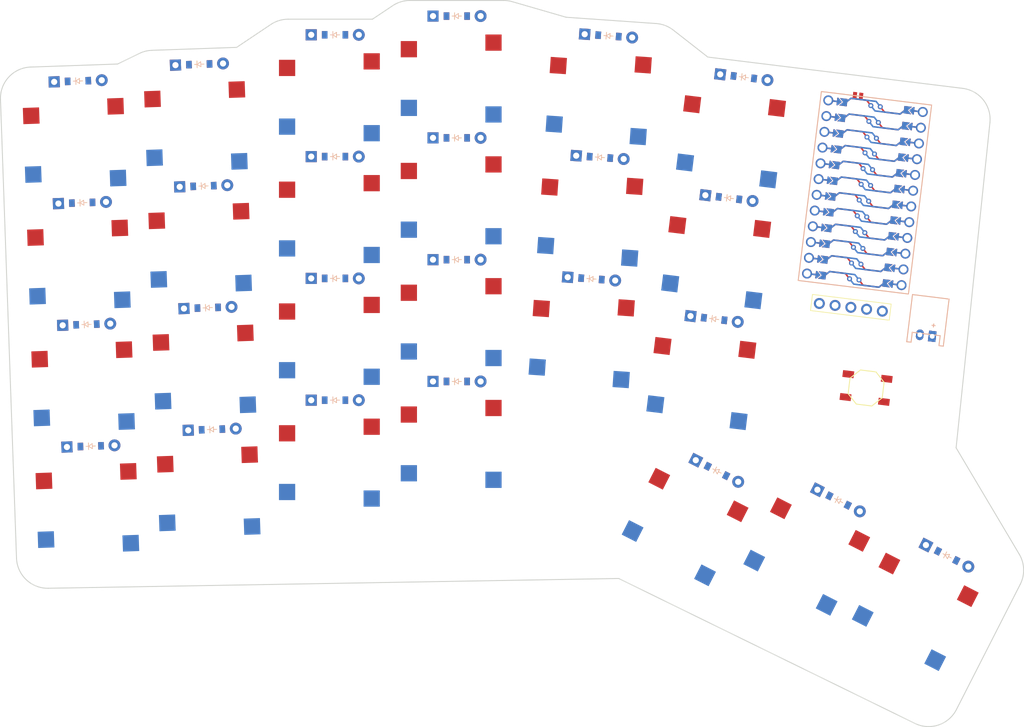
<source format=kicad_pcb>
(kicad_pcb (version 20171130) (host pcbnew 5.1.6)
  (title_block (title left) (rev v1.0.0) (company Unknown))
  (layers (0 F.Cu signal) (31 B.Cu signal) (34 B.Paste user) (35 F.Paste user) (36 B.SilkS user) (37 F.SilkS user) (38 B.Mask user) (39 F.Mask user) (44 Edge.Cuts user))
  (net 0 "")
  (net 1 "outer_mod")
  (net 2 "outer_bottom")
  (net 3 "outer_home")
  (net 4 "outer_top")
  (net 5 "pinky_mod")
  (net 6 "pinky_bottom")
  (net 7 "pinky_home")
  (net 8 "pinky_top")
  (net 9 "ring_mod")
  (net 10 "ring_bottom")
  (net 11 "ring_home")
  (net 12 "ring_top")
  (net 13 "middle_mod")
  (net 14 "middle_bottom")
  (net 15 "middle_home")
  (net 16 "middle_top")
  (net 17 "index_bottom")
  (net 18 "index_home")
  (net 19 "index_top")
  (net 20 "inner_bottom")
  (net 21 "inner_home")
  (net 22 "inner_top")
  (net 23 "outer_default")
  (net 24 "home_default")
  (net 25 "inner_default")
  (net 26 "RAW")
  (net 27 "GND")
  (net 28 "RST")
  (net 29 "VCC")
  (net 30 "P21")
  (net 31 "P20")
  (net 32 "P19")
  (net 33 "P18")
  (net 34 "P15")
  (net 35 "P14")
  (net 36 "P16")
  (net 37 "P10")
  (net 38 "P1")
  (net 39 "P0")
  (net 40 "P2")
  (net 41 "P3")
  (net 42 "P4")
  (net 43 "P5")
  (net 44 "P6")
  (net 45 "P7")
  (net 46 "P8")
  (net 47 "P9")
  (net 48 "MOSI")
  (module lib:gateron-ks27 (layer "F.Cu") (at 150 175 2)
    (fp_text reference "S1" hide)
    (fp_text value "ks27" hide)
    (pad "" np_thru_hole circle (at 0 0) (size 5 5) (drill 5) (layers *.Cu *.Mask))
    (pad "" np_thru_hole circle (at -4.4 4.7) (size 3 3) (drill 3) (layers *.Cu *.Mask))
    (pad "" np_thru_hole circle (at 2.6 5.75) (size 3 3) (drill 3) (layers *.Cu *.Mask))
    (pad "" np_thru_hole circle (at -4.4 -4.7) (size 3 3) (drill 3) (layers *.Cu *.Mask))
    (pad "" np_thru_hole circle (at 2.6 -5.75) (size 3 3) (drill 3) (layers *.Cu *.Mask))
    (pad "1" smd rect (at -7.675 4.7 2) (size 2.6 2.6) (layers B.Cu B.Paste B.Mask) (net 0 ""))
    (pad "2" smd rect (at 5.875 5.75 2) (size 2.6 2.6) (layers B.Cu B.Paste B.Mask) (net 1 "outer_mod"))
    (pad "1" smd rect (at -7.675 -4.7 2) (size 2.6 2.6) (layers F.Cu F.Paste F.Mask) (net 0 ""))
    (pad "2" smd rect (at 5.875 -5.75 2) (size 2.6 2.6) (layers F.Cu F.Paste F.Mask) (net 1 "outer_mod"))
  )
  (module lib:gateron-ks27 (layer "F.Cu") (at 149.3194598 155.5118789 2)
    (fp_text reference "S2" hide)
    (fp_text value "ks27" hide)
    (pad "" np_thru_hole circle (at 0 0) (size 5 5) (drill 5) (layers *.Cu *.Mask))
    (pad "" np_thru_hole circle (at -4.4 4.7) (size 3 3) (drill 3) (layers *.Cu *.Mask))
    (pad "" np_thru_hole circle (at 2.6 5.75) (size 3 3) (drill 3) (layers *.Cu *.Mask))
    (pad "" np_thru_hole circle (at -4.4 -4.7) (size 3 3) (drill 3) (layers *.Cu *.Mask))
    (pad "" np_thru_hole circle (at 2.6 -5.75) (size 3 3) (drill 3) (layers *.Cu *.Mask))
    (pad "1" smd rect (at -7.675 4.7 2) (size 2.6 2.6) (layers B.Cu B.Paste B.Mask) (net 0 ""))
    (pad "2" smd rect (at 5.875 5.75 2) (size 2.6 2.6) (layers B.Cu B.Paste B.Mask) (net 2 "outer_bottom"))
    (pad "1" smd rect (at -7.675 -4.7 2) (size 2.6 2.6) (layers F.Cu F.Paste F.Mask) (net 0 ""))
    (pad "2" smd rect (at 5.875 -5.75 2) (size 2.6 2.6) (layers F.Cu F.Paste F.Mask) (net 2 "outer_bottom"))
  )
  (module lib:gateron-ks27 (layer "F.Cu") (at 148.6389196 136.0237578 2)
    (fp_text reference "S3" hide)
    (fp_text value "ks27" hide)
    (pad "" np_thru_hole circle (at 0 0) (size 5 5) (drill 5) (layers *.Cu *.Mask))
    (pad "" np_thru_hole circle (at -4.4 4.7) (size 3 3) (drill 3) (layers *.Cu *.Mask))
    (pad "" np_thru_hole circle (at 2.6 5.75) (size 3 3) (drill 3) (layers *.Cu *.Mask))
    (pad "" np_thru_hole circle (at -4.4 -4.7) (size 3 3) (drill 3) (layers *.Cu *.Mask))
    (pad "" np_thru_hole circle (at 2.6 -5.75) (size 3 3) (drill 3) (layers *.Cu *.Mask))
    (pad "1" smd rect (at -7.675 4.7 2) (size 2.6 2.6) (layers B.Cu B.Paste B.Mask) (net 0 ""))
    (pad "2" smd rect (at 5.875 5.75 2) (size 2.6 2.6) (layers B.Cu B.Paste B.Mask) (net 3 "outer_home"))
    (pad "1" smd rect (at -7.675 -4.7 2) (size 2.6 2.6) (layers F.Cu F.Paste F.Mask) (net 0 ""))
    (pad "2" smd rect (at 5.875 -5.75 2) (size 2.6 2.6) (layers F.Cu F.Paste F.Mask) (net 3 "outer_home"))
  )
  (module lib:gateron-ks27 (layer "F.Cu") (at 147.9583794 116.5356367 2)
    (fp_text reference "S4" hide)
    (fp_text value "ks27" hide)
    (pad "" np_thru_hole circle (at 0 0) (size 5 5) (drill 5) (layers *.Cu *.Mask))
    (pad "" np_thru_hole circle (at -4.4 4.7) (size 3 3) (drill 3) (layers *.Cu *.Mask))
    (pad "" np_thru_hole circle (at 2.6 5.75) (size 3 3) (drill 3) (layers *.Cu *.Mask))
    (pad "" np_thru_hole circle (at -4.4 -4.7) (size 3 3) (drill 3) (layers *.Cu *.Mask))
    (pad "" np_thru_hole circle (at 2.6 -5.75) (size 3 3) (drill 3) (layers *.Cu *.Mask))
    (pad "1" smd rect (at -7.675 4.7 2) (size 2.6 2.6) (layers B.Cu B.Paste B.Mask) (net 0 ""))
    (pad "2" smd rect (at 5.875 5.75 2) (size 2.6 2.6) (layers B.Cu B.Paste B.Mask) (net 4 "outer_top"))
    (pad "1" smd rect (at -7.675 -4.7 2) (size 2.6 2.6) (layers F.Cu F.Paste F.Mask) (net 0 ""))
    (pad "2" smd rect (at 5.875 -5.75 2) (size 2.6 2.6) (layers F.Cu F.Paste F.Mask) (net 4 "outer_top"))
  )
  (module lib:gateron-ks27 (layer "F.Cu") (at 169.4183221 172.3206782 2)
    (fp_text reference "S5" hide)
    (fp_text value "ks27" hide)
    (pad "" np_thru_hole circle (at 0 0) (size 5 5) (drill 5) (layers *.Cu *.Mask))
    (pad "" np_thru_hole circle (at -4.4 4.7) (size 3 3) (drill 3) (layers *.Cu *.Mask))
    (pad "" np_thru_hole circle (at 2.6 5.75) (size 3 3) (drill 3) (layers *.Cu *.Mask))
    (pad "" np_thru_hole circle (at -4.4 -4.7) (size 3 3) (drill 3) (layers *.Cu *.Mask))
    (pad "" np_thru_hole circle (at 2.6 -5.75) (size 3 3) (drill 3) (layers *.Cu *.Mask))
    (pad "1" smd rect (at -7.675 4.7 2) (size 2.6 2.6) (layers B.Cu B.Paste B.Mask) (net 0 ""))
    (pad "2" smd rect (at 5.875 5.75 2) (size 2.6 2.6) (layers B.Cu B.Paste B.Mask) (net 5 "pinky_mod"))
    (pad "1" smd rect (at -7.675 -4.7 2) (size 2.6 2.6) (layers F.Cu F.Paste F.Mask) (net 0 ""))
    (pad "2" smd rect (at 5.875 -5.75 2) (size 2.6 2.6) (layers F.Cu F.Paste F.Mask) (net 5 "pinky_mod"))
  )
  (module lib:gateron-ks27 (layer "F.Cu") (at 168.73778190000002 152.8325571 2)
    (fp_text reference "S6" hide)
    (fp_text value "ks27" hide)
    (pad "" np_thru_hole circle (at 0 0) (size 5 5) (drill 5) (layers *.Cu *.Mask))
    (pad "" np_thru_hole circle (at -4.4 4.7) (size 3 3) (drill 3) (layers *.Cu *.Mask))
    (pad "" np_thru_hole circle (at 2.6 5.75) (size 3 3) (drill 3) (layers *.Cu *.Mask))
    (pad "" np_thru_hole circle (at -4.4 -4.7) (size 3 3) (drill 3) (layers *.Cu *.Mask))
    (pad "" np_thru_hole circle (at 2.6 -5.75) (size 3 3) (drill 3) (layers *.Cu *.Mask))
    (pad "1" smd rect (at -7.675 4.7 2) (size 2.6 2.6) (layers B.Cu B.Paste B.Mask) (net 0 ""))
    (pad "2" smd rect (at 5.875 5.75 2) (size 2.6 2.6) (layers B.Cu B.Paste B.Mask) (net 6 "pinky_bottom"))
    (pad "1" smd rect (at -7.675 -4.7 2) (size 2.6 2.6) (layers F.Cu F.Paste F.Mask) (net 0 ""))
    (pad "2" smd rect (at 5.875 -5.75 2) (size 2.6 2.6) (layers F.Cu F.Paste F.Mask) (net 6 "pinky_bottom"))
  )
  (module lib:gateron-ks27 (layer "F.Cu") (at 168.05724170000002 133.344436 2)
    (fp_text reference "S7" hide)
    (fp_text value "ks27" hide)
    (pad "" np_thru_hole circle (at 0 0) (size 5 5) (drill 5) (layers *.Cu *.Mask))
    (pad "" np_thru_hole circle (at -4.4 4.7) (size 3 3) (drill 3) (layers *.Cu *.Mask))
    (pad "" np_thru_hole circle (at 2.6 5.75) (size 3 3) (drill 3) (layers *.Cu *.Mask))
    (pad "" np_thru_hole circle (at -4.4 -4.7) (size 3 3) (drill 3) (layers *.Cu *.Mask))
    (pad "" np_thru_hole circle (at 2.6 -5.75) (size 3 3) (drill 3) (layers *.Cu *.Mask))
    (pad "1" smd rect (at -7.675 4.7 2) (size 2.6 2.6) (layers B.Cu B.Paste B.Mask) (net 0 ""))
    (pad "2" smd rect (at 5.875 5.75 2) (size 2.6 2.6) (layers B.Cu B.Paste B.Mask) (net 7 "pinky_home"))
    (pad "1" smd rect (at -7.675 -4.7 2) (size 2.6 2.6) (layers F.Cu F.Paste F.Mask) (net 0 ""))
    (pad "2" smd rect (at 5.875 -5.75 2) (size 2.6 2.6) (layers F.Cu F.Paste F.Mask) (net 7 "pinky_home"))
  )
  (module lib:gateron-ks27 (layer "F.Cu") (at 167.37670150000002 113.8563149 2)
    (fp_text reference "S8" hide)
    (fp_text value "ks27" hide)
    (pad "" np_thru_hole circle (at 0 0) (size 5 5) (drill 5) (layers *.Cu *.Mask))
    (pad "" np_thru_hole circle (at -4.4 4.7) (size 3 3) (drill 3) (layers *.Cu *.Mask))
    (pad "" np_thru_hole circle (at 2.6 5.75) (size 3 3) (drill 3) (layers *.Cu *.Mask))
    (pad "" np_thru_hole circle (at -4.4 -4.7) (size 3 3) (drill 3) (layers *.Cu *.Mask))
    (pad "" np_thru_hole circle (at 2.6 -5.75) (size 3 3) (drill 3) (layers *.Cu *.Mask))
    (pad "1" smd rect (at -7.675 4.7 2) (size 2.6 2.6) (layers B.Cu B.Paste B.Mask) (net 0 ""))
    (pad "2" smd rect (at 5.875 5.75 2) (size 2.6 2.6) (layers B.Cu B.Paste B.Mask) (net 8 "pinky_top"))
    (pad "1" smd rect (at -7.675 -4.7 2) (size 2.6 2.6) (layers F.Cu F.Paste F.Mask) (net 0 ""))
    (pad "2" smd rect (at 5.875 -5.75 2) (size 2.6 2.6) (layers F.Cu F.Paste F.Mask) (net 8 "pinky_top"))
  )
  (module lib:gateron-ks27 (layer "F.Cu") (at 188.7668453 167.6425747 0)
    (fp_text reference "S9" hide)
    (fp_text value "ks27" hide)
    (pad "" np_thru_hole circle (at 0 0) (size 5 5) (drill 5) (layers *.Cu *.Mask))
    (pad "" np_thru_hole circle (at -4.4 4.7) (size 3 3) (drill 3) (layers *.Cu *.Mask))
    (pad "" np_thru_hole circle (at 2.6 5.75) (size 3 3) (drill 3) (layers *.Cu *.Mask))
    (pad "" np_thru_hole circle (at -4.4 -4.7) (size 3 3) (drill 3) (layers *.Cu *.Mask))
    (pad "" np_thru_hole circle (at 2.6 -5.75) (size 3 3) (drill 3) (layers *.Cu *.Mask))
    (pad "1" smd rect (at -7.675 4.7 0) (size 2.6 2.6) (layers B.Cu B.Paste B.Mask) (net 0 ""))
    (pad "2" smd rect (at 5.875 5.75 0) (size 2.6 2.6) (layers B.Cu B.Paste B.Mask) (net 9 "ring_mod"))
    (pad "1" smd rect (at -7.675 -4.7 0) (size 2.6 2.6) (layers F.Cu F.Paste F.Mask) (net 0 ""))
    (pad "2" smd rect (at 5.875 -5.75 0) (size 2.6 2.6) (layers F.Cu F.Paste F.Mask) (net 9 "ring_mod"))
  )
  (module lib:gateron-ks27 (layer "F.Cu") (at 188.7668453 148.1425747 0)
    (fp_text reference "S10" hide)
    (fp_text value "ks27" hide)
    (pad "" np_thru_hole circle (at 0 0) (size 5 5) (drill 5) (layers *.Cu *.Mask))
    (pad "" np_thru_hole circle (at -4.4 4.7) (size 3 3) (drill 3) (layers *.Cu *.Mask))
    (pad "" np_thru_hole circle (at 2.6 5.75) (size 3 3) (drill 3) (layers *.Cu *.Mask))
    (pad "" np_thru_hole circle (at -4.4 -4.7) (size 3 3) (drill 3) (layers *.Cu *.Mask))
    (pad "" np_thru_hole circle (at 2.6 -5.75) (size 3 3) (drill 3) (layers *.Cu *.Mask))
    (pad "1" smd rect (at -7.675 4.7 0) (size 2.6 2.6) (layers B.Cu B.Paste B.Mask) (net 0 ""))
    (pad "2" smd rect (at 5.875 5.75 0) (size 2.6 2.6) (layers B.Cu B.Paste B.Mask) (net 10 "ring_bottom"))
    (pad "1" smd rect (at -7.675 -4.7 0) (size 2.6 2.6) (layers F.Cu F.Paste F.Mask) (net 0 ""))
    (pad "2" smd rect (at 5.875 -5.75 0) (size 2.6 2.6) (layers F.Cu F.Paste F.Mask) (net 10 "ring_bottom"))
  )
  (module lib:gateron-ks27 (layer "F.Cu") (at 188.7668453 128.6425747 0)
    (fp_text reference "S11" hide)
    (fp_text value "ks27" hide)
    (pad "" np_thru_hole circle (at 0 0) (size 5 5) (drill 5) (layers *.Cu *.Mask))
    (pad "" np_thru_hole circle (at -4.4 4.7) (size 3 3) (drill 3) (layers *.Cu *.Mask))
    (pad "" np_thru_hole circle (at 2.6 5.75) (size 3 3) (drill 3) (layers *.Cu *.Mask))
    (pad "" np_thru_hole circle (at -4.4 -4.7) (size 3 3) (drill 3) (layers *.Cu *.Mask))
    (pad "" np_thru_hole circle (at 2.6 -5.75) (size 3 3) (drill 3) (layers *.Cu *.Mask))
    (pad "1" smd rect (at -7.675 4.7 0) (size 2.6 2.6) (layers B.Cu B.Paste B.Mask) (net 0 ""))
    (pad "2" smd rect (at 5.875 5.75 0) (size 2.6 2.6) (layers B.Cu B.Paste B.Mask) (net 11 "ring_home"))
    (pad "1" smd rect (at -7.675 -4.7 0) (size 2.6 2.6) (layers F.Cu F.Paste F.Mask) (net 0 ""))
    (pad "2" smd rect (at 5.875 -5.75 0) (size 2.6 2.6) (layers F.Cu F.Paste F.Mask) (net 11 "ring_home"))
  )
  (module lib:gateron-ks27 (layer "F.Cu") (at 188.7668453 109.14257470000001 0)
    (fp_text reference "S12" hide)
    (fp_text value "ks27" hide)
    (pad "" np_thru_hole circle (at 0 0) (size 5 5) (drill 5) (layers *.Cu *.Mask))
    (pad "" np_thru_hole circle (at -4.4 4.7) (size 3 3) (drill 3) (layers *.Cu *.Mask))
    (pad "" np_thru_hole circle (at 2.6 5.75) (size 3 3) (drill 3) (layers *.Cu *.Mask))
    (pad "" np_thru_hole circle (at -4.4 -4.7) (size 3 3) (drill 3) (layers *.Cu *.Mask))
    (pad "" np_thru_hole circle (at 2.6 -5.75) (size 3 3) (drill 3) (layers *.Cu *.Mask))
    (pad "1" smd rect (at -7.675 4.7 0) (size 2.6 2.6) (layers B.Cu B.Paste B.Mask) (net 0 ""))
    (pad "2" smd rect (at 5.875 5.75 0) (size 2.6 2.6) (layers B.Cu B.Paste B.Mask) (net 12 "ring_top"))
    (pad "1" smd rect (at -7.675 -4.7 0) (size 2.6 2.6) (layers F.Cu F.Paste F.Mask) (net 0 ""))
    (pad "2" smd rect (at 5.875 -5.75 0) (size 2.6 2.6) (layers F.Cu F.Paste F.Mask) (net 12 "ring_top"))
  )
  (module lib:gateron-ks27 (layer "F.Cu") (at 208.2668453 164.6425747 0)
    (fp_text reference "S13" hide)
    (fp_text value "ks27" hide)
    (pad "" np_thru_hole circle (at 0 0) (size 5 5) (drill 5) (layers *.Cu *.Mask))
    (pad "" np_thru_hole circle (at -4.4 4.7) (size 3 3) (drill 3) (layers *.Cu *.Mask))
    (pad "" np_thru_hole circle (at 2.6 5.75) (size 3 3) (drill 3) (layers *.Cu *.Mask))
    (pad "" np_thru_hole circle (at -4.4 -4.7) (size 3 3) (drill 3) (layers *.Cu *.Mask))
    (pad "" np_thru_hole circle (at 2.6 -5.75) (size 3 3) (drill 3) (layers *.Cu *.Mask))
    (pad "1" smd rect (at -7.675 4.7 0) (size 2.6 2.6) (layers B.Cu B.Paste B.Mask) (net 0 ""))
    (pad "2" smd rect (at 5.875 5.75 0) (size 2.6 2.6) (layers B.Cu B.Paste B.Mask) (net 13 "middle_mod"))
    (pad "1" smd rect (at -7.675 -4.7 0) (size 2.6 2.6) (layers F.Cu F.Paste F.Mask) (net 0 ""))
    (pad "2" smd rect (at 5.875 -5.75 0) (size 2.6 2.6) (layers F.Cu F.Paste F.Mask) (net 13 "middle_mod"))
  )
  (module lib:gateron-ks27 (layer "F.Cu") (at 208.2668453 145.1425747 0)
    (fp_text reference "S14" hide)
    (fp_text value "ks27" hide)
    (pad "" np_thru_hole circle (at 0 0) (size 5 5) (drill 5) (layers *.Cu *.Mask))
    (pad "" np_thru_hole circle (at -4.4 4.7) (size 3 3) (drill 3) (layers *.Cu *.Mask))
    (pad "" np_thru_hole circle (at 2.6 5.75) (size 3 3) (drill 3) (layers *.Cu *.Mask))
    (pad "" np_thru_hole circle (at -4.4 -4.7) (size 3 3) (drill 3) (layers *.Cu *.Mask))
    (pad "" np_thru_hole circle (at 2.6 -5.75) (size 3 3) (drill 3) (layers *.Cu *.Mask))
    (pad "1" smd rect (at -7.675 4.7 0) (size 2.6 2.6) (layers B.Cu B.Paste B.Mask) (net 0 ""))
    (pad "2" smd rect (at 5.875 5.75 0) (size 2.6 2.6) (layers B.Cu B.Paste B.Mask) (net 14 "middle_bottom"))
    (pad "1" smd rect (at -7.675 -4.7 0) (size 2.6 2.6) (layers F.Cu F.Paste F.Mask) (net 0 ""))
    (pad "2" smd rect (at 5.875 -5.75 0) (size 2.6 2.6) (layers F.Cu F.Paste F.Mask) (net 14 "middle_bottom"))
  )
  (module lib:gateron-ks27 (layer "F.Cu") (at 208.2668453 125.64257470000001 0)
    (fp_text reference "S15" hide)
    (fp_text value "ks27" hide)
    (pad "" np_thru_hole circle (at 0 0) (size 5 5) (drill 5) (layers *.Cu *.Mask))
    (pad "" np_thru_hole circle (at -4.4 4.7) (size 3 3) (drill 3) (layers *.Cu *.Mask))
    (pad "" np_thru_hole circle (at 2.6 5.75) (size 3 3) (drill 3) (layers *.Cu *.Mask))
    (pad "" np_thru_hole circle (at -4.4 -4.7) (size 3 3) (drill 3) (layers *.Cu *.Mask))
    (pad "" np_thru_hole circle (at 2.6 -5.75) (size 3 3) (drill 3) (layers *.Cu *.Mask))
    (pad "1" smd rect (at -7.675 4.7 0) (size 2.6 2.6) (layers B.Cu B.Paste B.Mask) (net 0 ""))
    (pad "2" smd rect (at 5.875 5.75 0) (size 2.6 2.6) (layers B.Cu B.Paste B.Mask) (net 15 "middle_home"))
    (pad "1" smd rect (at -7.675 -4.7 0) (size 2.6 2.6) (layers F.Cu F.Paste F.Mask) (net 0 ""))
    (pad "2" smd rect (at 5.875 -5.75 0) (size 2.6 2.6) (layers F.Cu F.Paste F.Mask) (net 15 "middle_home"))
  )
  (module lib:gateron-ks27 (layer "F.Cu") (at 208.2668453 106.14257470000001 0)
    (fp_text reference "S16" hide)
    (fp_text value "ks27" hide)
    (pad "" np_thru_hole circle (at 0 0) (size 5 5) (drill 5) (layers *.Cu *.Mask))
    (pad "" np_thru_hole circle (at -4.4 4.7) (size 3 3) (drill 3) (layers *.Cu *.Mask))
    (pad "" np_thru_hole circle (at 2.6 5.75) (size 3 3) (drill 3) (layers *.Cu *.Mask))
    (pad "" np_thru_hole circle (at -4.4 -4.7) (size 3 3) (drill 3) (layers *.Cu *.Mask))
    (pad "" np_thru_hole circle (at 2.6 -5.75) (size 3 3) (drill 3) (layers *.Cu *.Mask))
    (pad "1" smd rect (at -7.675 4.7 0) (size 2.6 2.6) (layers B.Cu B.Paste B.Mask) (net 0 ""))
    (pad "2" smd rect (at 5.875 5.75 0) (size 2.6 2.6) (layers B.Cu B.Paste B.Mask) (net 16 "middle_top"))
    (pad "1" smd rect (at -7.675 -4.7 0) (size 2.6 2.6) (layers F.Cu F.Paste F.Mask) (net 0 ""))
    (pad "2" smd rect (at 5.875 -5.75 0) (size 2.6 2.6) (layers F.Cu F.Paste F.Mask) (net 16 "middle_top"))
  )
  (module lib:gateron-ks27 (layer "F.Cu") (at 229.1270964 148.19007570000002 -4)
    (fp_text reference "S17" hide)
    (fp_text value "ks27" hide)
    (pad "" np_thru_hole circle (at 0 0) (size 5 5) (drill 5) (layers *.Cu *.Mask))
    (pad "" np_thru_hole circle (at -4.4 4.7) (size 3 3) (drill 3) (layers *.Cu *.Mask))
    (pad "" np_thru_hole circle (at 2.6 5.75) (size 3 3) (drill 3) (layers *.Cu *.Mask))
    (pad "" np_thru_hole circle (at -4.4 -4.7) (size 3 3) (drill 3) (layers *.Cu *.Mask))
    (pad "" np_thru_hole circle (at 2.6 -5.75) (size 3 3) (drill 3) (layers *.Cu *.Mask))
    (pad "1" smd rect (at -7.675 4.7 -4) (size 2.6 2.6) (layers B.Cu B.Paste B.Mask) (net 0 ""))
    (pad "2" smd rect (at 5.875 5.75 -4) (size 2.6 2.6) (layers B.Cu B.Paste B.Mask) (net 17 "index_bottom"))
    (pad "1" smd rect (at -7.675 -4.7 -4) (size 2.6 2.6) (layers F.Cu F.Paste F.Mask) (net 0 ""))
    (pad "2" smd rect (at 5.875 -5.75 -4) (size 2.6 2.6) (layers F.Cu F.Paste F.Mask) (net 17 "index_bottom"))
  )
  (module lib:gateron-ks27 (layer "F.Cu") (at 230.4873476 128.73757670000003 -4)
    (fp_text reference "S18" hide)
    (fp_text value "ks27" hide)
    (pad "" np_thru_hole circle (at 0 0) (size 5 5) (drill 5) (layers *.Cu *.Mask))
    (pad "" np_thru_hole circle (at -4.4 4.7) (size 3 3) (drill 3) (layers *.Cu *.Mask))
    (pad "" np_thru_hole circle (at 2.6 5.75) (size 3 3) (drill 3) (layers *.Cu *.Mask))
    (pad "" np_thru_hole circle (at -4.4 -4.7) (size 3 3) (drill 3) (layers *.Cu *.Mask))
    (pad "" np_thru_hole circle (at 2.6 -5.75) (size 3 3) (drill 3) (layers *.Cu *.Mask))
    (pad "1" smd rect (at -7.675 4.7 -4) (size 2.6 2.6) (layers B.Cu B.Paste B.Mask) (net 0 ""))
    (pad "2" smd rect (at 5.875 5.75 -4) (size 2.6 2.6) (layers B.Cu B.Paste B.Mask) (net 18 "index_home"))
    (pad "1" smd rect (at -7.675 -4.7 -4) (size 2.6 2.6) (layers F.Cu F.Paste F.Mask) (net 0 ""))
    (pad "2" smd rect (at 5.875 -5.75 -4) (size 2.6 2.6) (layers F.Cu F.Paste F.Mask) (net 18 "index_home"))
  )
  (module lib:gateron-ks27 (layer "F.Cu") (at 231.8475988 109.28507770000003 -4)
    (fp_text reference "S19" hide)
    (fp_text value "ks27" hide)
    (pad "" np_thru_hole circle (at 0 0) (size 5 5) (drill 5) (layers *.Cu *.Mask))
    (pad "" np_thru_hole circle (at -4.4 4.7) (size 3 3) (drill 3) (layers *.Cu *.Mask))
    (pad "" np_thru_hole circle (at 2.6 5.75) (size 3 3) (drill 3) (layers *.Cu *.Mask))
    (pad "" np_thru_hole circle (at -4.4 -4.7) (size 3 3) (drill 3) (layers *.Cu *.Mask))
    (pad "" np_thru_hole circle (at 2.6 -5.75) (size 3 3) (drill 3) (layers *.Cu *.Mask))
    (pad "1" smd rect (at -7.675 4.7 -4) (size 2.6 2.6) (layers B.Cu B.Paste B.Mask) (net 0 ""))
    (pad "2" smd rect (at 5.875 5.75 -4) (size 2.6 2.6) (layers B.Cu B.Paste B.Mask) (net 19 "index_top"))
    (pad "1" smd rect (at -7.675 -4.7 -4) (size 2.6 2.6) (layers F.Cu F.Paste F.Mask) (net 0 ""))
    (pad "2" smd rect (at 5.875 -5.75 -4) (size 2.6 2.6) (layers F.Cu F.Paste F.Mask) (net 19 "index_top"))
  )
  (module lib:gateron-ks27 (layer "F.Cu") (at 248.2494501 154.56623960000002 -7)
    (fp_text reference "S20" hide)
    (fp_text value "ks27" hide)
    (pad "" np_thru_hole circle (at 0 0) (size 5 5) (drill 5) (layers *.Cu *.Mask))
    (pad "" np_thru_hole circle (at -4.4 4.7) (size 3 3) (drill 3) (layers *.Cu *.Mask))
    (pad "" np_thru_hole circle (at 2.6 5.75) (size 3 3) (drill 3) (layers *.Cu *.Mask))
    (pad "" np_thru_hole circle (at -4.4 -4.7) (size 3 3) (drill 3) (layers *.Cu *.Mask))
    (pad "" np_thru_hole circle (at 2.6 -5.75) (size 3 3) (drill 3) (layers *.Cu *.Mask))
    (pad "1" smd rect (at -7.675 4.7 -7) (size 2.6 2.6) (layers B.Cu B.Paste B.Mask) (net 0 ""))
    (pad "2" smd rect (at 5.875 5.75 -7) (size 2.6 2.6) (layers B.Cu B.Paste B.Mask) (net 20 "inner_bottom"))
    (pad "1" smd rect (at -7.675 -4.7 -7) (size 2.6 2.6) (layers F.Cu F.Paste F.Mask) (net 0 ""))
    (pad "2" smd rect (at 5.875 -5.75 -7) (size 2.6 2.6) (layers F.Cu F.Paste F.Mask) (net 20 "inner_bottom"))
  )
  (module lib:gateron-ks27 (layer "F.Cu") (at 250.62590229999998 135.21158960000002 -7)
    (fp_text reference "S21" hide)
    (fp_text value "ks27" hide)
    (pad "" np_thru_hole circle (at 0 0) (size 5 5) (drill 5) (layers *.Cu *.Mask))
    (pad "" np_thru_hole circle (at -4.4 4.7) (size 3 3) (drill 3) (layers *.Cu *.Mask))
    (pad "" np_thru_hole circle (at 2.6 5.75) (size 3 3) (drill 3) (layers *.Cu *.Mask))
    (pad "" np_thru_hole circle (at -4.4 -4.7) (size 3 3) (drill 3) (layers *.Cu *.Mask))
    (pad "" np_thru_hole circle (at 2.6 -5.75) (size 3 3) (drill 3) (layers *.Cu *.Mask))
    (pad "1" smd rect (at -7.675 4.7 -7) (size 2.6 2.6) (layers B.Cu B.Paste B.Mask) (net 0 ""))
    (pad "2" smd rect (at 5.875 5.75 -7) (size 2.6 2.6) (layers B.Cu B.Paste B.Mask) (net 21 "inner_home"))
    (pad "1" smd rect (at -7.675 -4.7 -7) (size 2.6 2.6) (layers F.Cu F.Paste F.Mask) (net 0 ""))
    (pad "2" smd rect (at 5.875 -5.75 -7) (size 2.6 2.6) (layers F.Cu F.Paste F.Mask) (net 21 "inner_home"))
  )
  (module lib:gateron-ks27 (layer "F.Cu") (at 253.00235449999997 115.85693960000003 -7)
    (fp_text reference "S22" hide)
    (fp_text value "ks27" hide)
    (pad "" np_thru_hole circle (at 0 0) (size 5 5) (drill 5) (layers *.Cu *.Mask))
    (pad "" np_thru_hole circle (at -4.4 4.7) (size 3 3) (drill 3) (layers *.Cu *.Mask))
    (pad "" np_thru_hole circle (at 2.6 5.75) (size 3 3) (drill 3) (layers *.Cu *.Mask))
    (pad "" np_thru_hole circle (at -4.4 -4.7) (size 3 3) (drill 3) (layers *.Cu *.Mask))
    (pad "" np_thru_hole circle (at 2.6 -5.75) (size 3 3) (drill 3) (layers *.Cu *.Mask))
    (pad "1" smd rect (at -7.675 4.7 -7) (size 2.6 2.6) (layers B.Cu B.Paste B.Mask) (net 0 ""))
    (pad "2" smd rect (at 5.875 5.75 -7) (size 2.6 2.6) (layers B.Cu B.Paste B.Mask) (net 22 "inner_top"))
    (pad "1" smd rect (at -7.675 -4.7 -7) (size 2.6 2.6) (layers F.Cu F.Paste F.Mask) (net 0 ""))
    (pad "2" smd rect (at 5.875 -5.75 -7) (size 2.6 2.6) (layers F.Cu F.Paste F.Mask) (net 22 "inner_top"))
  )
  (module lib:gateron-ks27 (layer "F.Cu") (at 245.38552049999998 177.89107420000002 -27)
    (fp_text reference "S23" hide)
    (fp_text value "ks27" hide)
    (pad "" np_thru_hole circle (at 0 0) (size 5 5) (drill 5) (layers *.Cu *.Mask))
    (pad "" np_thru_hole circle (at -4.4 4.7) (size 3 3) (drill 3) (layers *.Cu *.Mask))
    (pad "" np_thru_hole circle (at 2.6 5.75) (size 3 3) (drill 3) (layers *.Cu *.Mask))
    (pad "" np_thru_hole circle (at -4.4 -4.7) (size 3 3) (drill 3) (layers *.Cu *.Mask))
    (pad "" np_thru_hole circle (at 2.6 -5.75) (size 3 3) (drill 3) (layers *.Cu *.Mask))
    (pad "1" smd rect (at -7.675 4.7 -27) (size 2.6 2.6) (layers B.Cu B.Paste B.Mask) (net 0 ""))
    (pad "2" smd rect (at 5.875 5.75 -27) (size 2.6 2.6) (layers B.Cu B.Paste B.Mask) (net 23 "outer_default"))
    (pad "1" smd rect (at -7.675 -4.7 -27) (size 2.6 2.6) (layers F.Cu F.Paste F.Mask) (net 0 ""))
    (pad "2" smd rect (at 5.875 -5.75 -27) (size 2.6 2.6) (layers F.Cu F.Paste F.Mask) (net 23 "outer_default"))
  )
  (module lib:gateron-ks27 (layer "F.Cu") (at 264.8598538 182.62298370000002 -27)
    (fp_text reference "S24" hide)
    (fp_text value "ks27" hide)
    (pad "" np_thru_hole circle (at 0 0) (size 5 5) (drill 5) (layers *.Cu *.Mask))
    (pad "" np_thru_hole circle (at -4.4 4.7) (size 3 3) (drill 3) (layers *.Cu *.Mask))
    (pad "" np_thru_hole circle (at 2.6 5.75) (size 3 3) (drill 3) (layers *.Cu *.Mask))
    (pad "" np_thru_hole circle (at -4.4 -4.7) (size 3 3) (drill 3) (layers *.Cu *.Mask))
    (pad "" np_thru_hole circle (at 2.6 -5.75) (size 3 3) (drill 3) (layers *.Cu *.Mask))
    (pad "1" smd rect (at -7.675 4.7 -27) (size 2.6 2.6) (layers B.Cu B.Paste B.Mask) (net 0 ""))
    (pad "2" smd rect (at 5.875 5.75 -27) (size 2.6 2.6) (layers B.Cu B.Paste B.Mask) (net 24 "home_default"))
    (pad "1" smd rect (at -7.675 -4.7 -27) (size 2.6 2.6) (layers F.Cu F.Paste F.Mask) (net 0 ""))
    (pad "2" smd rect (at 5.875 -5.75 -27) (size 2.6 2.6) (layers F.Cu F.Paste F.Mask) (net 24 "home_default"))
  )
  (module lib:gateron-ks27 (layer "F.Cu") (at 282.23448099999996 191.47579850000002 -27)
    (fp_text reference "S25" hide)
    (fp_text value "ks27" hide)
    (pad "" np_thru_hole circle (at 0 0) (size 5 5) (drill 5) (layers *.Cu *.Mask))
    (pad "" np_thru_hole circle (at -4.4 4.7) (size 3 3) (drill 3) (layers *.Cu *.Mask))
    (pad "" np_thru_hole circle (at 2.6 5.75) (size 3 3) (drill 3) (layers *.Cu *.Mask))
    (pad "" np_thru_hole circle (at -4.4 -4.7) (size 3 3) (drill 3) (layers *.Cu *.Mask))
    (pad "" np_thru_hole circle (at 2.6 -5.75) (size 3 3) (drill 3) (layers *.Cu *.Mask))
    (pad "1" smd rect (at -7.675 4.7 -27) (size 2.6 2.6) (layers B.Cu B.Paste B.Mask) (net 0 ""))
    (pad "2" smd rect (at 5.875 5.75 -27) (size 2.6 2.6) (layers B.Cu B.Paste B.Mask) (net 25 "inner_default"))
    (pad "1" smd rect (at -7.675 -4.7 -27) (size 2.6 2.6) (layers F.Cu F.Paste F.Mask) (net 0 ""))
    (pad "2" smd rect (at 5.875 -5.75 -27) (size 2.6 2.6) (layers F.Cu F.Paste F.Mask) (net 25 "inner_default"))
  )
  (module ComboDiode (layer F.Cu) (at 149.651005 165.0060917 2)
    (fp_text reference "D1" hide)
    (fp_text value "" hide)
    (pad 1 smd rect (at -1.65 0 2) (size 0.9 1.2) (layers F.Cu F.Paste F.Mask) (net 0 ""))
    (pad 2 smd rect (at 1.65 0 2) (size 0.9 1.2) (layers B.Cu B.Paste B.Mask) (net 1 "outer_mod"))
    (pad 1 smd rect (at -1.65 0 2) (size 0.9 1.2) (layers B.Cu B.Paste B.Mask) (net 0 ""))
    (pad 2 smd rect (at 1.65 0 2) (size 0.9 1.2) (layers F.Cu F.Paste F.Mask) (net 1 "outer_mod"))
    (pad 1 thru_hole rect (at -3.81 0 2) (size 1.778 1.778) (drill 0.9906) (layers *.Cu *.Mask) (net 0 ""))
    (pad 2 thru_hole circle (at 3.81 0 2) (size 1.905 1.905) (drill 0.9906) (layers *.Cu *.Mask) (net 1 "outer_mod"))
  )
  (module ComboDiode (layer F.Cu) (at 148.9704648 145.5179706 2)
    (fp_text reference "D2" hide)
    (fp_text value "" hide)
    (pad 1 smd rect (at -1.65 0 2) (size 0.9 1.2) (layers F.Cu F.Paste F.Mask) (net 0 ""))
    (pad 2 smd rect (at 1.65 0 2) (size 0.9 1.2) (layers B.Cu B.Paste B.Mask) (net 2 "outer_bottom"))
    (pad 1 smd rect (at -1.65 0 2) (size 0.9 1.2) (layers B.Cu B.Paste B.Mask) (net 0 ""))
    (pad 2 smd rect (at 1.65 0 2) (size 0.9 1.2) (layers F.Cu F.Paste F.Mask) (net 2 "outer_bottom"))
    (pad 1 thru_hole rect (at -3.81 0 2) (size 1.778 1.778) (drill 0.9906) (layers *.Cu *.Mask) (net 0 ""))
    (pad 2 thru_hole circle (at 3.81 0 2) (size 1.905 1.905) (drill 0.9906) (layers *.Cu *.Mask) (net 2 "outer_bottom"))
  )
  (module ComboDiode (layer F.Cu) (at 148.2899246 126.0298495 2)
    (fp_text reference "D3" hide)
    (fp_text value "" hide)
    (pad 1 smd rect (at -1.65 0 2) (size 0.9 1.2) (layers F.Cu F.Paste F.Mask) (net 0 ""))
    (pad 2 smd rect (at 1.65 0 2) (size 0.9 1.2) (layers B.Cu B.Paste B.Mask) (net 3 "outer_home"))
    (pad 1 smd rect (at -1.65 0 2) (size 0.9 1.2) (layers B.Cu B.Paste B.Mask) (net 0 ""))
    (pad 2 smd rect (at 1.65 0 2) (size 0.9 1.2) (layers F.Cu F.Paste F.Mask) (net 3 "outer_home"))
    (pad 1 thru_hole rect (at -3.81 0 2) (size 1.778 1.778) (drill 0.9906) (layers *.Cu *.Mask) (net 0 ""))
    (pad 2 thru_hole circle (at 3.81 0 2) (size 1.905 1.905) (drill 0.9906) (layers *.Cu *.Mask) (net 3 "outer_home"))
  )
  (module ComboDiode (layer F.Cu) (at 147.6093844 106.5417284 2)
    (fp_text reference "D4" hide)
    (fp_text value "" hide)
    (pad 1 smd rect (at -1.65 0 2) (size 0.9 1.2) (layers F.Cu F.Paste F.Mask) (net 0 ""))
    (pad 2 smd rect (at 1.65 0 2) (size 0.9 1.2) (layers B.Cu B.Paste B.Mask) (net 4 "outer_top"))
    (pad 1 smd rect (at -1.65 0 2) (size 0.9 1.2) (layers B.Cu B.Paste B.Mask) (net 0 ""))
    (pad 2 smd rect (at 1.65 0 2) (size 0.9 1.2) (layers F.Cu F.Paste F.Mask) (net 4 "outer_top"))
    (pad 1 thru_hole rect (at -3.81 0 2) (size 1.778 1.778) (drill 0.9906) (layers *.Cu *.Mask) (net 0 ""))
    (pad 2 thru_hole circle (at 3.81 0 2) (size 1.905 1.905) (drill 0.9906) (layers *.Cu *.Mask) (net 4 "outer_top"))
  )
  (module ComboDiode (layer F.Cu) (at 169.0693271 162.32676990000002 2)
    (fp_text reference "D5" hide)
    (fp_text value "" hide)
    (pad 1 smd rect (at -1.65 0 2) (size 0.9 1.2) (layers F.Cu F.Paste F.Mask) (net 0 ""))
    (pad 2 smd rect (at 1.65 0 2) (size 0.9 1.2) (layers B.Cu B.Paste B.Mask) (net 5 "pinky_mod"))
    (pad 1 smd rect (at -1.65 0 2) (size 0.9 1.2) (layers B.Cu B.Paste B.Mask) (net 0 ""))
    (pad 2 smd rect (at 1.65 0 2) (size 0.9 1.2) (layers F.Cu F.Paste F.Mask) (net 5 "pinky_mod"))
    (pad 1 thru_hole rect (at -3.81 0 2) (size 1.778 1.778) (drill 0.9906) (layers *.Cu *.Mask) (net 0 ""))
    (pad 2 thru_hole circle (at 3.81 0 2) (size 1.905 1.905) (drill 0.9906) (layers *.Cu *.Mask) (net 5 "pinky_mod"))
  )
  (module ComboDiode (layer F.Cu) (at 168.3887869 142.83864880000002 2)
    (fp_text reference "D6" hide)
    (fp_text value "" hide)
    (pad 1 smd rect (at -1.65 0 2) (size 0.9 1.2) (layers F.Cu F.Paste F.Mask) (net 0 ""))
    (pad 2 smd rect (at 1.65 0 2) (size 0.9 1.2) (layers B.Cu B.Paste B.Mask) (net 6 "pinky_bottom"))
    (pad 1 smd rect (at -1.65 0 2) (size 0.9 1.2) (layers B.Cu B.Paste B.Mask) (net 0 ""))
    (pad 2 smd rect (at 1.65 0 2) (size 0.9 1.2) (layers F.Cu F.Paste F.Mask) (net 6 "pinky_bottom"))
    (pad 1 thru_hole rect (at -3.81 0 2) (size 1.778 1.778) (drill 0.9906) (layers *.Cu *.Mask) (net 0 ""))
    (pad 2 thru_hole circle (at 3.81 0 2) (size 1.905 1.905) (drill 0.9906) (layers *.Cu *.Mask) (net 6 "pinky_bottom"))
  )
  (module ComboDiode (layer F.Cu) (at 167.70824670000002 123.3505277 2)
    (fp_text reference "D7" hide)
    (fp_text value "" hide)
    (pad 1 smd rect (at -1.65 0 2) (size 0.9 1.2) (layers F.Cu F.Paste F.Mask) (net 0 ""))
    (pad 2 smd rect (at 1.65 0 2) (size 0.9 1.2) (layers B.Cu B.Paste B.Mask) (net 7 "pinky_home"))
    (pad 1 smd rect (at -1.65 0 2) (size 0.9 1.2) (layers B.Cu B.Paste B.Mask) (net 0 ""))
    (pad 2 smd rect (at 1.65 0 2) (size 0.9 1.2) (layers F.Cu F.Paste F.Mask) (net 7 "pinky_home"))
    (pad 1 thru_hole rect (at -3.81 0 2) (size 1.778 1.778) (drill 0.9906) (layers *.Cu *.Mask) (net 0 ""))
    (pad 2 thru_hole circle (at 3.81 0 2) (size 1.905 1.905) (drill 0.9906) (layers *.Cu *.Mask) (net 7 "pinky_home"))
  )
  (module ComboDiode (layer F.Cu) (at 167.02770650000002 103.8624066 2)
    (fp_text reference "D8" hide)
    (fp_text value "" hide)
    (pad 1 smd rect (at -1.65 0 2) (size 0.9 1.2) (layers F.Cu F.Paste F.Mask) (net 0 ""))
    (pad 2 smd rect (at 1.65 0 2) (size 0.9 1.2) (layers B.Cu B.Paste B.Mask) (net 8 "pinky_top"))
    (pad 1 smd rect (at -1.65 0 2) (size 0.9 1.2) (layers B.Cu B.Paste B.Mask) (net 0 ""))
    (pad 2 smd rect (at 1.65 0 2) (size 0.9 1.2) (layers F.Cu F.Paste F.Mask) (net 8 "pinky_top"))
    (pad 1 thru_hole rect (at -3.81 0 2) (size 1.778 1.778) (drill 0.9906) (layers *.Cu *.Mask) (net 0 ""))
    (pad 2 thru_hole circle (at 3.81 0 2) (size 1.905 1.905) (drill 0.9906) (layers *.Cu *.Mask) (net 8 "pinky_top"))
  )
  (module ComboDiode (layer F.Cu) (at 188.7668453 157.6425747 0)
    (fp_text reference "D9" hide)
    (fp_text value "" hide)
    (pad 1 smd rect (at -1.65 0 0) (size 0.9 1.2) (layers F.Cu F.Paste F.Mask) (net 0 ""))
    (pad 2 smd rect (at 1.65 0 0) (size 0.9 1.2) (layers B.Cu B.Paste B.Mask) (net 9 "ring_mod"))
    (pad 1 smd rect (at -1.65 0 0) (size 0.9 1.2) (layers B.Cu B.Paste B.Mask) (net 0 ""))
    (pad 2 smd rect (at 1.65 0 0) (size 0.9 1.2) (layers F.Cu F.Paste F.Mask) (net 9 "ring_mod"))
    (pad 1 thru_hole rect (at -3.81 0 0) (size 1.778 1.778) (drill 0.9906) (layers *.Cu *.Mask) (net 0 ""))
    (pad 2 thru_hole circle (at 3.81 0 0) (size 1.905 1.905) (drill 0.9906) (layers *.Cu *.Mask) (net 9 "ring_mod"))
  )
  (module ComboDiode (layer F.Cu) (at 188.7668453 138.1425747 0)
    (fp_text reference "D10" hide)
    (fp_text value "" hide)
    (pad 1 smd rect (at -1.65 0 0) (size 0.9 1.2) (layers F.Cu F.Paste F.Mask) (net 0 ""))
    (pad 2 smd rect (at 1.65 0 0) (size 0.9 1.2) (layers B.Cu B.Paste B.Mask) (net 10 "ring_bottom"))
    (pad 1 smd rect (at -1.65 0 0) (size 0.9 1.2) (layers B.Cu B.Paste B.Mask) (net 0 ""))
    (pad 2 smd rect (at 1.65 0 0) (size 0.9 1.2) (layers F.Cu F.Paste F.Mask) (net 10 "ring_bottom"))
    (pad 1 thru_hole rect (at -3.81 0 0) (size 1.778 1.778) (drill 0.9906) (layers *.Cu *.Mask) (net 0 ""))
    (pad 2 thru_hole circle (at 3.81 0 0) (size 1.905 1.905) (drill 0.9906) (layers *.Cu *.Mask) (net 10 "ring_bottom"))
  )
  (module ComboDiode (layer F.Cu) (at 188.7668453 118.64257470000001 0)
    (fp_text reference "D11" hide)
    (fp_text value "" hide)
    (pad 1 smd rect (at -1.65 0 0) (size 0.9 1.2) (layers F.Cu F.Paste F.Mask) (net 0 ""))
    (pad 2 smd rect (at 1.65 0 0) (size 0.9 1.2) (layers B.Cu B.Paste B.Mask) (net 11 "ring_home"))
    (pad 1 smd rect (at -1.65 0 0) (size 0.9 1.2) (layers B.Cu B.Paste B.Mask) (net 0 ""))
    (pad 2 smd rect (at 1.65 0 0) (size 0.9 1.2) (layers F.Cu F.Paste F.Mask) (net 11 "ring_home"))
    (pad 1 thru_hole rect (at -3.81 0 0) (size 1.778 1.778) (drill 0.9906) (layers *.Cu *.Mask) (net 0 ""))
    (pad 2 thru_hole circle (at 3.81 0 0) (size 1.905 1.905) (drill 0.9906) (layers *.Cu *.Mask) (net 11 "ring_home"))
  )
  (module ComboDiode (layer F.Cu) (at 188.7668453 99.14257470000001 0)
    (fp_text reference "D12" hide)
    (fp_text value "" hide)
    (pad 1 smd rect (at -1.65 0 0) (size 0.9 1.2) (layers F.Cu F.Paste F.Mask) (net 0 ""))
    (pad 2 smd rect (at 1.65 0 0) (size 0.9 1.2) (layers B.Cu B.Paste B.Mask) (net 12 "ring_top"))
    (pad 1 smd rect (at -1.65 0 0) (size 0.9 1.2) (layers B.Cu B.Paste B.Mask) (net 0 ""))
    (pad 2 smd rect (at 1.65 0 0) (size 0.9 1.2) (layers F.Cu F.Paste F.Mask) (net 12 "ring_top"))
    (pad 1 thru_hole rect (at -3.81 0 0) (size 1.778 1.778) (drill 0.9906) (layers *.Cu *.Mask) (net 0 ""))
    (pad 2 thru_hole circle (at 3.81 0 0) (size 1.905 1.905) (drill 0.9906) (layers *.Cu *.Mask) (net 12 "ring_top"))
  )
  (module ComboDiode (layer F.Cu) (at 208.2668453 154.6425747 0)
    (fp_text reference "D13" hide)
    (fp_text value "" hide)
    (pad 1 smd rect (at -1.65 0 0) (size 0.9 1.2) (layers F.Cu F.Paste F.Mask) (net 0 ""))
    (pad 2 smd rect (at 1.65 0 0) (size 0.9 1.2) (layers B.Cu B.Paste B.Mask) (net 13 "middle_mod"))
    (pad 1 smd rect (at -1.65 0 0) (size 0.9 1.2) (layers B.Cu B.Paste B.Mask) (net 0 ""))
    (pad 2 smd rect (at 1.65 0 0) (size 0.9 1.2) (layers F.Cu F.Paste F.Mask) (net 13 "middle_mod"))
    (pad 1 thru_hole rect (at -3.81 0 0) (size 1.778 1.778) (drill 0.9906) (layers *.Cu *.Mask) (net 0 ""))
    (pad 2 thru_hole circle (at 3.81 0 0) (size 1.905 1.905) (drill 0.9906) (layers *.Cu *.Mask) (net 13 "middle_mod"))
  )
  (module ComboDiode (layer F.Cu) (at 208.2668453 135.1425747 0)
    (fp_text reference "D14" hide)
    (fp_text value "" hide)
    (pad 1 smd rect (at -1.65 0 0) (size 0.9 1.2) (layers F.Cu F.Paste F.Mask) (net 0 ""))
    (pad 2 smd rect (at 1.65 0 0) (size 0.9 1.2) (layers B.Cu B.Paste B.Mask) (net 14 "middle_bottom"))
    (pad 1 smd rect (at -1.65 0 0) (size 0.9 1.2) (layers B.Cu B.Paste B.Mask) (net 0 ""))
    (pad 2 smd rect (at 1.65 0 0) (size 0.9 1.2) (layers F.Cu F.Paste F.Mask) (net 14 "middle_bottom"))
    (pad 1 thru_hole rect (at -3.81 0 0) (size 1.778 1.778) (drill 0.9906) (layers *.Cu *.Mask) (net 0 ""))
    (pad 2 thru_hole circle (at 3.81 0 0) (size 1.905 1.905) (drill 0.9906) (layers *.Cu *.Mask) (net 14 "middle_bottom"))
  )
  (module ComboDiode (layer F.Cu) (at 208.2668453 115.64257470000001 0)
    (fp_text reference "D15" hide)
    (fp_text value "" hide)
    (pad 1 smd rect (at -1.65 0 0) (size 0.9 1.2) (layers F.Cu F.Paste F.Mask) (net 0 ""))
    (pad 2 smd rect (at 1.65 0 0) (size 0.9 1.2) (layers B.Cu B.Paste B.Mask) (net 15 "middle_home"))
    (pad 1 smd rect (at -1.65 0 0) (size 0.9 1.2) (layers B.Cu B.Paste B.Mask) (net 0 ""))
    (pad 2 smd rect (at 1.65 0 0) (size 0.9 1.2) (layers F.Cu F.Paste F.Mask) (net 15 "middle_home"))
    (pad 1 thru_hole rect (at -3.81 0 0) (size 1.778 1.778) (drill 0.9906) (layers *.Cu *.Mask) (net 0 ""))
    (pad 2 thru_hole circle (at 3.81 0 0) (size 1.905 1.905) (drill 0.9906) (layers *.Cu *.Mask) (net 15 "middle_home"))
  )
  (module ComboDiode (layer F.Cu) (at 208.2668453 96.14257470000001 0)
    (fp_text reference "D16" hide)
    (fp_text value "" hide)
    (pad 1 smd rect (at -1.65 0 0) (size 0.9 1.2) (layers F.Cu F.Paste F.Mask) (net 0 ""))
    (pad 2 smd rect (at 1.65 0 0) (size 0.9 1.2) (layers B.Cu B.Paste B.Mask) (net 16 "middle_top"))
    (pad 1 smd rect (at -1.65 0 0) (size 0.9 1.2) (layers B.Cu B.Paste B.Mask) (net 0 ""))
    (pad 2 smd rect (at 1.65 0 0) (size 0.9 1.2) (layers F.Cu F.Paste F.Mask) (net 16 "middle_top"))
    (pad 1 thru_hole rect (at -3.81 0 0) (size 1.778 1.778) (drill 0.9906) (layers *.Cu *.Mask) (net 0 ""))
    (pad 2 thru_hole circle (at 3.81 0 0) (size 1.905 1.905) (drill 0.9906) (layers *.Cu *.Mask) (net 16 "middle_top"))
  )
  (module ComboDiode (layer F.Cu) (at 229.8246611 138.21443520000003 -4)
    (fp_text reference "D17" hide)
    (fp_text value "" hide)
    (pad 1 smd rect (at -1.65 0 -4) (size 0.9 1.2) (layers F.Cu F.Paste F.Mask) (net 0 ""))
    (pad 2 smd rect (at 1.65 0 -4) (size 0.9 1.2) (layers B.Cu B.Paste B.Mask) (net 17 "index_bottom"))
    (pad 1 smd rect (at -1.65 0 -4) (size 0.9 1.2) (layers B.Cu B.Paste B.Mask) (net 0 ""))
    (pad 2 smd rect (at 1.65 0 -4) (size 0.9 1.2) (layers F.Cu F.Paste F.Mask) (net 17 "index_bottom"))
    (pad 1 thru_hole rect (at -3.81 0 -4) (size 1.778 1.778) (drill 0.9906) (layers *.Cu *.Mask) (net 0 ""))
    (pad 2 thru_hole circle (at 3.81 0 -4) (size 1.905 1.905) (drill 0.9906) (layers *.Cu *.Mask) (net 17 "index_bottom"))
  )
  (module ComboDiode (layer F.Cu) (at 231.18491229999998 118.76193620000004 -4)
    (fp_text reference "D18" hide)
    (fp_text value "" hide)
    (pad 1 smd rect (at -1.65 0 -4) (size 0.9 1.2) (layers F.Cu F.Paste F.Mask) (net 0 ""))
    (pad 2 smd rect (at 1.65 0 -4) (size 0.9 1.2) (layers B.Cu B.Paste B.Mask) (net 18 "index_home"))
    (pad 1 smd rect (at -1.65 0 -4) (size 0.9 1.2) (layers B.Cu B.Paste B.Mask) (net 0 ""))
    (pad 2 smd rect (at 1.65 0 -4) (size 0.9 1.2) (layers F.Cu F.Paste F.Mask) (net 18 "index_home"))
    (pad 1 thru_hole rect (at -3.81 0 -4) (size 1.778 1.778) (drill 0.9906) (layers *.Cu *.Mask) (net 0 ""))
    (pad 2 thru_hole circle (at 3.81 0 -4) (size 1.905 1.905) (drill 0.9906) (layers *.Cu *.Mask) (net 18 "index_home"))
  )
  (module ComboDiode (layer F.Cu) (at 232.54516349999997 99.30943720000003 -4)
    (fp_text reference "D19" hide)
    (fp_text value "" hide)
    (pad 1 smd rect (at -1.65 0 -4) (size 0.9 1.2) (layers F.Cu F.Paste F.Mask) (net 0 ""))
    (pad 2 smd rect (at 1.65 0 -4) (size 0.9 1.2) (layers B.Cu B.Paste B.Mask) (net 19 "index_top"))
    (pad 1 smd rect (at -1.65 0 -4) (size 0.9 1.2) (layers B.Cu B.Paste B.Mask) (net 0 ""))
    (pad 2 smd rect (at 1.65 0 -4) (size 0.9 1.2) (layers F.Cu F.Paste F.Mask) (net 19 "index_top"))
    (pad 1 thru_hole rect (at -3.81 0 -4) (size 1.778 1.778) (drill 0.9906) (layers *.Cu *.Mask) (net 0 ""))
    (pad 2 thru_hole circle (at 3.81 0 -4) (size 1.905 1.905) (drill 0.9906) (layers *.Cu *.Mask) (net 19 "index_top"))
  )
  (module ComboDiode (layer F.Cu) (at 249.4681435 144.6407781 -7)
    (fp_text reference "D20" hide)
    (fp_text value "" hide)
    (pad 1 smd rect (at -1.65 0 -7) (size 0.9 1.2) (layers F.Cu F.Paste F.Mask) (net 0 ""))
    (pad 2 smd rect (at 1.65 0 -7) (size 0.9 1.2) (layers B.Cu B.Paste B.Mask) (net 20 "inner_bottom"))
    (pad 1 smd rect (at -1.65 0 -7) (size 0.9 1.2) (layers B.Cu B.Paste B.Mask) (net 0 ""))
    (pad 2 smd rect (at 1.65 0 -7) (size 0.9 1.2) (layers F.Cu F.Paste F.Mask) (net 20 "inner_bottom"))
    (pad 1 thru_hole rect (at -3.81 0 -7) (size 1.778 1.778) (drill 0.9906) (layers *.Cu *.Mask) (net 0 ""))
    (pad 2 thru_hole circle (at 3.81 0 -7) (size 1.905 1.905) (drill 0.9906) (layers *.Cu *.Mask) (net 20 "inner_bottom"))
  )
  (module ComboDiode (layer F.Cu) (at 251.84459569999999 125.28612810000003 -7)
    (fp_text reference "D21" hide)
    (fp_text value "" hide)
    (pad 1 smd rect (at -1.65 0 -7) (size 0.9 1.2) (layers F.Cu F.Paste F.Mask) (net 0 ""))
    (pad 2 smd rect (at 1.65 0 -7) (size 0.9 1.2) (layers B.Cu B.Paste B.Mask) (net 21 "inner_home"))
    (pad 1 smd rect (at -1.65 0 -7) (size 0.9 1.2) (layers B.Cu B.Paste B.Mask) (net 0 ""))
    (pad 2 smd rect (at 1.65 0 -7) (size 0.9 1.2) (layers F.Cu F.Paste F.Mask) (net 21 "inner_home"))
    (pad 1 thru_hole rect (at -3.81 0 -7) (size 1.778 1.778) (drill 0.9906) (layers *.Cu *.Mask) (net 0 ""))
    (pad 2 thru_hole circle (at 3.81 0 -7) (size 1.905 1.905) (drill 0.9906) (layers *.Cu *.Mask) (net 21 "inner_home"))
  )
  (module ComboDiode (layer F.Cu) (at 254.22104789999997 105.93147810000004 -7)
    (fp_text reference "D22" hide)
    (fp_text value "" hide)
    (pad 1 smd rect (at -1.65 0 -7) (size 0.9 1.2) (layers F.Cu F.Paste F.Mask) (net 0 ""))
    (pad 2 smd rect (at 1.65 0 -7) (size 0.9 1.2) (layers B.Cu B.Paste B.Mask) (net 22 "inner_top"))
    (pad 1 smd rect (at -1.65 0 -7) (size 0.9 1.2) (layers B.Cu B.Paste B.Mask) (net 0 ""))
    (pad 2 smd rect (at 1.65 0 -7) (size 0.9 1.2) (layers F.Cu F.Paste F.Mask) (net 22 "inner_top"))
    (pad 1 thru_hole rect (at -3.81 0 -7) (size 1.778 1.778) (drill 0.9906) (layers *.Cu *.Mask) (net 0 ""))
    (pad 2 thru_hole circle (at 3.81 0 -7) (size 1.905 1.905) (drill 0.9906) (layers *.Cu *.Mask) (net 22 "inner_top"))
  )
  (module ComboDiode (layer F.Cu) (at 249.9254255 168.98100900000003 -27)
    (fp_text reference "D23" hide)
    (fp_text value "" hide)
    (pad 1 smd rect (at -1.65 0 -27) (size 0.9 1.2) (layers F.Cu F.Paste F.Mask) (net 0 ""))
    (pad 2 smd rect (at 1.65 0 -27) (size 0.9 1.2) (layers B.Cu B.Paste B.Mask) (net 23 "outer_default"))
    (pad 1 smd rect (at -1.65 0 -27) (size 0.9 1.2) (layers B.Cu B.Paste B.Mask) (net 0 ""))
    (pad 2 smd rect (at 1.65 0 -27) (size 0.9 1.2) (layers F.Cu F.Paste F.Mask) (net 23 "outer_default"))
    (pad 1 thru_hole rect (at -3.81 0 -27) (size 1.778 1.778) (drill 0.9906) (layers *.Cu *.Mask) (net 0 ""))
    (pad 2 thru_hole circle (at 3.81 0 -27) (size 1.905 1.905) (drill 0.9906) (layers *.Cu *.Mask) (net 23 "outer_default"))
  )
  (module ComboDiode (layer F.Cu) (at 269.3997588 173.71291850000003 -27)
    (fp_text reference "D24" hide)
    (fp_text value "" hide)
    (pad 1 smd rect (at -1.65 0 -27) (size 0.9 1.2) (layers F.Cu F.Paste F.Mask) (net 0 ""))
    (pad 2 smd rect (at 1.65 0 -27) (size 0.9 1.2) (layers B.Cu B.Paste B.Mask) (net 24 "home_default"))
    (pad 1 smd rect (at -1.65 0 -27) (size 0.9 1.2) (layers B.Cu B.Paste B.Mask) (net 0 ""))
    (pad 2 smd rect (at 1.65 0 -27) (size 0.9 1.2) (layers F.Cu F.Paste F.Mask) (net 24 "home_default"))
    (pad 1 thru_hole rect (at -3.81 0 -27) (size 1.778 1.778) (drill 0.9906) (layers *.Cu *.Mask) (net 0 ""))
    (pad 2 thru_hole circle (at 3.81 0 -27) (size 1.905 1.905) (drill 0.9906) (layers *.Cu *.Mask) (net 24 "home_default"))
  )
  (module ComboDiode (layer F.Cu) (at 286.77438599999994 182.56573330000003 -27)
    (fp_text reference "D25" hide)
    (fp_text value "" hide)
    (pad 1 smd rect (at -1.65 0 -27) (size 0.9 1.2) (layers F.Cu F.Paste F.Mask) (net 0 ""))
    (pad 2 smd rect (at 1.65 0 -27) (size 0.9 1.2) (layers B.Cu B.Paste B.Mask) (net 25 "inner_default"))
    (pad 1 smd rect (at -1.65 0 -27) (size 0.9 1.2) (layers B.Cu B.Paste B.Mask) (net 0 ""))
    (pad 2 smd rect (at 1.65 0 -27) (size 0.9 1.2) (layers F.Cu F.Paste F.Mask) (net 25 "inner_default"))
    (pad 1 thru_hole rect (at -3.81 0 -27) (size 1.778 1.778) (drill 0.9906) (layers *.Cu *.Mask) (net 0 ""))
    (pad 2 thru_hole circle (at 3.81 0 -27) (size 1.905 1.905) (drill 0.9906) (layers *.Cu *.Mask) (net 25 "inner_default"))
  )
  (module revmicro (layer F.Cu) (at 273.61088069999994 124.43240740000003 -97)
    (fp_text reference "MCU1" hide)
    (fp_text value "rev_mcu" hide)
    (pad 1 thru_hole circle (at -13.97 -0.762 0) (size 0.8 0.8) (drill 0.4) (layers *.Cu) (net 38 "P1"))
    (pad 2 thru_hole circle (at -11.43 -0.762 0) (size 0.8 0.8) (drill 0.4) (layers *.Cu) (net 39 "P0"))
    (pad 3 thru_hole circle (at -8.89 -0.762 0) (size 0.8 0.8) (drill 0.4) (layers *.Cu) (net 27 "GND"))
    (pad 4 thru_hole circle (at -6.35 -0.762 0) (size 0.8 0.8) (drill 0.4) (layers *.Cu) (net 27 "GND"))
    (pad 5 thru_hole circle (at -3.81 -0.762 0) (size 0.8 0.8) (drill 0.4) (layers *.Cu) (net 40 "P2"))
    (pad 6 thru_hole circle (at -1.27 -0.762 0) (size 0.8 0.8) (drill 0.4) (layers *.Cu) (net 41 "P3"))
    (pad 7 thru_hole circle (at 1.27 -0.762 0) (size 0.8 0.8) (drill 0.4) (layers *.Cu) (net 42 "P4"))
    (pad 8 thru_hole circle (at 3.81 -0.762 0) (size 0.8 0.8) (drill 0.4) (layers *.Cu) (net 43 "P5"))
    (pad 9 thru_hole circle (at 6.35 -0.762 0) (size 0.8 0.8) (drill 0.4) (layers *.Cu) (net 44 "P6"))
    (pad 10 thru_hole circle (at 8.89 -0.762 0) (size 0.8 0.8) (drill 0.4) (layers *.Cu) (net 45 "P7"))
    (pad 11 thru_hole circle (at 11.43 -0.762 0) (size 0.8 0.8) (drill 0.4) (layers *.Cu) (net 46 "P8"))
    (pad 12 thru_hole circle (at 13.97 -0.762 0) (size 0.8 0.8) (drill 0.4) (layers *.Cu) (net 47 "P9"))
    (pad 24 thru_hole circle (at -13.97 0.762) (size 0.8 0.8) (drill 0.4) (layers *.Cu) (net 26 "RAW"))
    (pad 23 thru_hole circle (at -11.43 0.762 0) (size 0.8 0.8) (drill 0.4) (layers *.Cu) (net 27 "GND"))
    (pad 22 thru_hole circle (at -8.89 0.762 0) (size 0.8 0.8) (drill 0.4) (layers *.Cu) (net 28 "RST"))
    (pad 21 thru_hole circle (at -6.35 0.762 0) (size 0.8 0.8) (drill 0.4) (layers *.Cu) (net 29 "VCC"))
    (pad 20 thru_hole circle (at -3.81 0.762 0) (size 0.8 0.8) (drill 0.4) (layers *.Cu) (net 30 "P21"))
    (pad 19 thru_hole circle (at -1.27 0.762 0) (size 0.8 0.8) (drill 0.4) (layers *.Cu) (net 31 "P20"))
    (pad 18 thru_hole circle (at 1.27 0.762 0) (size 0.8 0.8) (drill 0.4) (layers *.Cu) (net 32 "P19"))
    (pad 17 thru_hole circle (at 3.81 0.762 0) (size 0.8 0.8) (drill 0.4) (layers *.Cu) (net 33 "P18"))
    (pad 16 thru_hole circle (at 6.35 0.762 0) (size 0.8 0.8) (drill 0.4) (layers *.Cu) (net 34 "P15"))
    (pad 15 thru_hole circle (at 8.89 0.762 0) (size 0.8 0.8) (drill 0.4) (layers *.Cu) (net 35 "P14"))
    (pad 14 thru_hole circle (at 11.43 0.762 0) (size 0.8 0.8) (drill 0.4) (layers *.Cu) (net 36 "P16"))
    (pad 13 thru_hole circle (at 13.97 0.762 0) (size 0.8 0.8) (drill 0.4) (layers *.Cu) (net 37 "P10"))
    (pad "" thru_hole circle (at -13.97 -7.62) (size 1.6 1.6) (drill 1.1) (layers *.Cu *.Mask))
    (pad "" smd custom (at -13.97 -6.35 -97) (size 0.25 1) (layers F.Cu) (options (clearance outline) (anchor rect)) (primitives))
    (pad "" smd custom (at -13.97 -6.35 -97) (size 0.25 1) (layers B.Cu) (options (clearance outline) (anchor rect)) (primitives))
    (pad "" smd custom (at -13.97 -5.842 -97) (size 0.1 0.1) (layers F.Cu F.Mask) (clearance 0.1) (options (clearance outline) (anchor rect)) (primitives (gr_poly (pts (xy 0.6 -0.4) (xy -0.6 -0.4) (xy -0.6 -0.2) (xy 0 0.4) (xy 0.6 -0.2)) (width 0))))
    (pad "" smd custom (at -13.97 -5.842 -97) (size 0.1 0.1) (layers B.Cu B.Mask) (clearance 0.1) (options (clearance outline) (anchor rect)) (primitives (gr_poly (pts (xy 0.6 -0.4) (xy -0.6 -0.4) (xy -0.6 -0.2) (xy 0 0.4) (xy 0.6 -0.2)) (width 0))))
    (pad 1 smd custom (at -13.97 -4.826 -97) (size 1.2 0.5) (layers F.Cu F.Mask) (clearance 0.1) (options (clearance outline) (anchor rect)) (primitives (gr_poly (pts (xy 0.6 0) (xy -0.6 0) (xy -0.6 -1) (xy 0 -0.4) (xy 0.6 -1)) (width 0))))
    (pad 24 smd custom (at -13.97 -4.826 -97) (size 1.2 0.5) (layers B.Cu B.Mask) (clearance 0.1) (options (clearance outline) (anchor rect)) (primitives (gr_poly (pts (xy 0.6 0) (xy -0.6 0) (xy -0.6 -1) (xy 0 -0.4) (xy 0.6 -1)) (width 0))))
    (pad 1 smd custom (at -13.97 -0.762 -97) (size 0.25 0.25) (layers F.Cu) (options (clearance outline) (anchor circle)) (primitives (gr_line (start 0 0) (end 0.766 -0.766) (width 0.25)) (gr_line (start 0.766 -0.766) (end 0.766 -3.298) (width 0.25)) (gr_line (start 0.766 -3.298) (end 0 -4.064) (width 0.25))))
    (pad 1 smd custom (at -13.97 -0.762 -97) (size 0.25 0.25) (layers B.Cu) (options (clearance outline) (anchor circle)) (primitives (gr_line (start 0 0) (end -0.766 0.766) (width 0.25)) (gr_line (start -0.766 0.766) (end -0.766 4.822) (width 0.25)) (gr_line (start -0.766 4.822) (end 0 5.588) (width 0.25))))
    (pad "" thru_hole circle (at -11.43 -7.62) (size 1.6 1.6) (drill 1.1) (layers *.Cu *.Mask))
    (pad "" smd custom (at -11.43 -6.35 -97) (size 0.25 1) (layers F.Cu) (options (clearance outline) (anchor rect)) (primitives))
    (pad "" smd custom (at -11.43 -6.35 -97) (size 0.25 1) (layers B.Cu) (options (clearance outline) (anchor rect)) (primitives))
    (pad "" smd custom (at -11.43 -5.842 -97) (size 0.1 0.1) (layers F.Cu F.Mask) (clearance 0.1) (options (clearance outline) (anchor rect)) (primitives (gr_poly (pts (xy 0.6 -0.4) (xy -0.6 -0.4) (xy -0.6 -0.2) (xy 0 0.4) (xy 0.6 -0.2)) (width 0))))
    (pad "" smd custom (at -11.43 -5.842 -97) (size 0.1 0.1) (layers B.Cu B.Mask) (clearance 0.1) (options (clearance outline) (anchor rect)) (primitives (gr_poly (pts (xy 0.6 -0.4) (xy -0.6 -0.4) (xy -0.6 -0.2) (xy 0 0.4) (xy 0.6 -0.2)) (width 0))))
    (pad 2 smd custom (at -11.43 -4.826 -97) (size 1.2 0.5) (layers F.Cu F.Mask) (clearance 0.1) (options (clearance outline) (anchor rect)) (primitives (gr_poly (pts (xy 0.6 0) (xy -0.6 0) (xy -0.6 -1) (xy 0 -0.4) (xy 0.6 -1)) (width 0))))
    (pad 23 smd custom (at -11.43 -4.826 -97) (size 1.2 0.5) (layers B.Cu B.Mask) (clearance 0.1) (options (clearance outline) (anchor rect)) (primitives (gr_poly (pts (xy 0.6 0) (xy -0.6 0) (xy -0.6 -1) (xy 0 -0.4) (xy 0.6 -1)) (width 0))))
    (pad 2 smd custom (at -11.43 -0.762 -97) (size 0.25 0.25) (layers F.Cu) (options (clearance outline) (anchor circle)) (primitives (gr_line (start 0 0) (end 0.766 -0.766) (width 0.25)) (gr_line (start 0.766 -0.766) (end 0.766 -3.298) (width 0.25)) (gr_line (start 0.766 -3.298) (end 0 -4.064) (width 0.25))))
    (pad 2 smd custom (at -11.43 -0.762 -97) (size 0.25 0.25) (layers B.Cu) (options (clearance outline) (anchor circle)) (primitives (gr_line (start 0 0) (end -0.766 0.766) (width 0.25)) (gr_line (start -0.766 0.766) (end -0.766 4.822) (width 0.25)) (gr_line (start -0.766 4.822) (end 0 5.588) (width 0.25))))
    (pad "" thru_hole circle (at -8.89 -7.62) (size 1.6 1.6) (drill 1.1) (layers *.Cu *.Mask))
    (pad "" smd custom (at -8.89 -6.35 -97) (size 0.25 1) (layers F.Cu) (options (clearance outline) (anchor rect)) (primitives))
    (pad "" smd custom (at -8.89 -6.35 -97) (size 0.25 1) (layers B.Cu) (options (clearance outline) (anchor rect)) (primitives))
    (pad "" smd custom (at -8.89 -5.842 -97) (size 0.1 0.1) (layers F.Cu F.Mask) (clearance 0.1) (options (clearance outline) (anchor rect)) (primitives (gr_poly (pts (xy 0.6 -0.4) (xy -0.6 -0.4) (xy -0.6 -0.2) (xy 0 0.4) (xy 0.6 -0.2)) (width 0))))
    (pad "" smd custom (at -8.89 -5.842 -97) (size 0.1 0.1) (layers B.Cu B.Mask) (clearance 0.1) (options (clearance outline) (anchor rect)) (primitives (gr_poly (pts (xy 0.6 -0.4) (xy -0.6 -0.4) (xy -0.6 -0.2) (xy 0 0.4) (xy 0.6 -0.2)) (width 0))))
    (pad 3 smd custom (at -8.89 -4.826 -97) (size 1.2 0.5) (layers F.Cu F.Mask) (clearance 0.1) (options (clearance outline) (anchor rect)) (primitives (gr_poly (pts (xy 0.6 0) (xy -0.6 0) (xy -0.6 -1) (xy 0 -0.4) (xy 0.6 -1)) (width 0))))
    (pad 22 smd custom (at -8.89 -4.826 -97) (size 1.2 0.5) (layers B.Cu B.Mask) (clearance 0.1) (options (clearance outline) (anchor rect)) (primitives (gr_poly (pts (xy 0.6 0) (xy -0.6 0) (xy -0.6 -1) (xy 0 -0.4) (xy 0.6 -1)) (width 0))))
    (pad 3 smd custom (at -8.89 -0.762 -97) (size 0.25 0.25) (layers F.Cu) (options (clearance outline) (anchor circle)) (primitives (gr_line (start 0 0) (end 0.766 -0.766) (width 0.25)) (gr_line (start 0.766 -0.766) (end 0.766 -3.298) (width 0.25)) (gr_line (start 0.766 -3.298) (end 0 -4.064) (width 0.25))))
    (pad 3 smd custom (at -8.89 -0.762 -97) (size 0.25 0.25) (layers B.Cu) (options (clearance outline) (anchor circle)) (primitives (gr_line (start 0 0) (end -0.766 0.766) (width 0.25)) (gr_line (start -0.766 0.766) (end -0.766 4.822) (width 0.25)) (gr_line (start -0.766 4.822) (end 0 5.588) (width 0.25))))
    (pad "" thru_hole circle (at -6.35 -7.62) (size 1.6 1.6) (drill 1.1) (layers *.Cu *.Mask))
    (pad "" smd custom (at -6.35 -6.35 -97) (size 0.25 1) (layers F.Cu) (options (clearance outline) (anchor rect)) (primitives))
    (pad "" smd custom (at -6.35 -6.35 -97) (size 0.25 1) (layers B.Cu) (options (clearance outline) (anchor rect)) (primitives))
    (pad "" smd custom (at -6.35 -5.842 -97) (size 0.1 0.1) (layers F.Cu F.Mask) (clearance 0.1) (options (clearance outline) (anchor rect)) (primitives (gr_poly (pts (xy 0.6 -0.4) (xy -0.6 -0.4) (xy -0.6 -0.2) (xy 0 0.4) (xy 0.6 -0.2)) (width 0))))
    (pad "" smd custom (at -6.35 -5.842 -97) (size 0.1 0.1) (layers B.Cu B.Mask) (clearance 0.1) (options (clearance outline) (anchor rect)) (primitives (gr_poly (pts (xy 0.6 -0.4) (xy -0.6 -0.4) (xy -0.6 -0.2) (xy 0 0.4) (xy 0.6 -0.2)) (width 0))))
    (pad 4 smd custom (at -6.35 -4.826 -97) (size 1.2 0.5) (layers F.Cu F.Mask) (clearance 0.1) (options (clearance outline) (anchor rect)) (primitives (gr_poly (pts (xy 0.6 0) (xy -0.6 0) (xy -0.6 -1) (xy 0 -0.4) (xy 0.6 -1)) (width 0))))
    (pad 21 smd custom (at -6.35 -4.826 -97) (size 1.2 0.5) (layers B.Cu B.Mask) (clearance 0.1) (options (clearance outline) (anchor rect)) (primitives (gr_poly (pts (xy 0.6 0) (xy -0.6 0) (xy -0.6 -1) (xy 0 -0.4) (xy 0.6 -1)) (width 0))))
    (pad 4 smd custom (at -6.35 -0.762 -97) (size 0.25 0.25) (layers F.Cu) (options (clearance outline) (anchor circle)) (primitives (gr_line (start 0 0) (end 0.766 -0.766) (width 0.25)) (gr_line (start 0.766 -0.766) (end 0.766 -3.298) (width 0.25)) (gr_line (start 0.766 -3.298) (end 0 -4.064) (width 0.25))))
    (pad 4 smd custom (at -6.35 -0.762 -97) (size 0.25 0.25) (layers B.Cu) (options (clearance outline) (anchor circle)) (primitives (gr_line (start 0 0) (end -0.766 0.766) (width 0.25)) (gr_line (start -0.766 0.766) (end -0.766 4.822) (width 0.25)) (gr_line (start -0.766 4.822) (end 0 5.588) (width 0.25))))
    (pad "" thru_hole circle (at -3.81 -7.62) (size 1.6 1.6) (drill 1.1) (layers *.Cu *.Mask))
    (pad "" smd custom (at -3.81 -6.35 -97) (size 0.25 1) (layers F.Cu) (options (clearance outline) (anchor rect)) (primitives))
    (pad "" smd custom (at -3.81 -6.35 -97) (size 0.25 1) (layers B.Cu) (options (clearance outline) (anchor rect)) (primitives))
    (pad "" smd custom (at -3.81 -5.842 -97) (size 0.1 0.1) (layers F.Cu F.Mask) (clearance 0.1) (options (clearance outline) (anchor rect)) (primitives (gr_poly (pts (xy 0.6 -0.4) (xy -0.6 -0.4) (xy -0.6 -0.2) (xy 0 0.4) (xy 0.6 -0.2)) (width 0))))
    (pad "" smd custom (at -3.81 -5.842 -97) (size 0.1 0.1) (layers B.Cu B.Mask) (clearance 0.1) (options (clearance outline) (anchor rect)) (primitives (gr_poly (pts (xy 0.6 -0.4) (xy -0.6 -0.4) (xy -0.6 -0.2) (xy 0 0.4) (xy 0.6 -0.2)) (width 0))))
    (pad 5 smd custom (at -3.81 -4.826 -97) (size 1.2 0.5) (layers F.Cu F.Mask) (clearance 0.1) (options (clearance outline) (anchor rect)) (primitives (gr_poly (pts (xy 0.6 0) (xy -0.6 0) (xy -0.6 -1) (xy 0 -0.4) (xy 0.6 -1)) (width 0))))
    (pad 20 smd custom (at -3.81 -4.826 -97) (size 1.2 0.5) (layers B.Cu B.Mask) (clearance 0.1) (options (clearance outline) (anchor rect)) (primitives (gr_poly (pts (xy 0.6 0) (xy -0.6 0) (xy -0.6 -1) (xy 0 -0.4) (xy 0.6 -1)) (width 0))))
    (pad 5 smd custom (at -3.81 -0.762 -97) (size 0.25 0.25) (layers F.Cu) (options (clearance outline) (anchor circle)) (primitives (gr_line (start 0 0) (end 0.766 -0.766) (width 0.25)) (gr_line (start 0.766 -0.766) (end 0.766 -3.298) (width 0.25)) (gr_line (start 0.766 -3.298) (end 0 -4.064) (width 0.25))))
    (pad 5 smd custom (at -3.81 -0.762 -97) (size 0.25 0.25) (layers B.Cu) (options (clearance outline) (anchor circle)) (primitives (gr_line (start 0 0) (end -0.766 0.766) (width 0.25)) (gr_line (start -0.766 0.766) (end -0.766 4.822) (width 0.25)) (gr_line (start -0.766 4.822) (end 0 5.588) (width 0.25))))
    (pad "" thru_hole circle (at -1.27 -7.62) (size 1.6 1.6) (drill 1.1) (layers *.Cu *.Mask))
    (pad "" smd custom (at -1.27 -6.35 -97) (size 0.25 1) (layers F.Cu) (options (clearance outline) (anchor rect)) (primitives))
    (pad "" smd custom (at -1.27 -6.35 -97) (size 0.25 1) (layers B.Cu) (options (clearance outline) (anchor rect)) (primitives))
    (pad "" smd custom (at -1.27 -5.842 -97) (size 0.1 0.1) (layers F.Cu F.Mask) (clearance 0.1) (options (clearance outline) (anchor rect)) (primitives (gr_poly (pts (xy 0.6 -0.4) (xy -0.6 -0.4) (xy -0.6 -0.2) (xy 0 0.4) (xy 0.6 -0.2)) (width 0))))
    (pad "" smd custom (at -1.27 -5.842 -97) (size 0.1 0.1) (layers B.Cu B.Mask) (clearance 0.1) (options (clearance outline) (anchor rect)) (primitives (gr_poly (pts (xy 0.6 -0.4) (xy -0.6 -0.4) (xy -0.6 -0.2) (xy 0 0.4) (xy 0.6 -0.2)) (width 0))))
    (pad 6 smd custom (at -1.27 -4.826 -97) (size 1.2 0.5) (layers F.Cu F.Mask) (clearance 0.1) (options (clearance outline) (anchor rect)) (primitives (gr_poly (pts (xy 0.6 0) (xy -0.6 0) (xy -0.6 -1) (xy 0 -0.4) (xy 0.6 -1)) (width 0))))
    (pad 19 smd custom (at -1.27 -4.826 -97) (size 1.2 0.5) (layers B.Cu B.Mask) (clearance 0.1) (options (clearance outline) (anchor rect)) (primitives (gr_poly (pts (xy 0.6 0) (xy -0.6 0) (xy -0.6 -1) (xy 0 -0.4) (xy 0.6 -1)) (width 0))))
    (pad 6 smd custom (at -1.27 -0.762 -97) (size 0.25 0.25) (layers F.Cu) (options (clearance outline) (anchor circle)) (primitives (gr_line (start 0 0) (end 0.766 -0.766) (width 0.25)) (gr_line (start 0.766 -0.766) (end 0.766 -3.298) (width 0.25)) (gr_line (start 0.766 -3.298) (end 0 -4.064) (width 0.25))))
    (pad 6 smd custom (at -1.27 -0.762 -97) (size 0.25 0.25) (layers B.Cu) (options (clearance outline) (anchor circle)) (primitives (gr_line (start 0 0) (end -0.766 0.766) (width 0.25)) (gr_line (start -0.766 0.766) (end -0.766 4.822) (width 0.25)) (gr_line (start -0.766 4.822) (end 0 5.588) (width 0.25))))
    (pad "" thru_hole circle (at 1.27 -7.62) (size 1.6 1.6) (drill 1.1) (layers *.Cu *.Mask))
    (pad "" smd custom (at 1.27 -6.35 -97) (size 0.25 1) (layers F.Cu) (options (clearance outline) (anchor rect)) (primitives))
    (pad "" smd custom (at 1.27 -6.35 -97) (size 0.25 1) (layers B.Cu) (options (clearance outline) (anchor rect)) (primitives))
    (pad "" smd custom (at 1.27 -5.842 -97) (size 0.1 0.1) (layers F.Cu F.Mask) (clearance 0.1) (options (clearance outline) (anchor rect)) (primitives (gr_poly (pts (xy 0.6 -0.4) (xy -0.6 -0.4) (xy -0.6 -0.2) (xy 0 0.4) (xy 0.6 -0.2)) (width 0))))
    (pad "" smd custom (at 1.27 -5.842 -97) (size 0.1 0.1) (layers B.Cu B.Mask) (clearance 0.1) (options (clearance outline) (anchor rect)) (primitives (gr_poly (pts (xy 0.6 -0.4) (xy -0.6 -0.4) (xy -0.6 -0.2) (xy 0 0.4) (xy 0.6 -0.2)) (width 0))))
    (pad 7 smd custom (at 1.27 -4.826 -97) (size 1.2 0.5) (layers F.Cu F.Mask) (clearance 0.1) (options (clearance outline) (anchor rect)) (primitives (gr_poly (pts (xy 0.6 0) (xy -0.6 0) (xy -0.6 -1) (xy 0 -0.4) (xy 0.6 -1)) (width 0))))
    (pad 18 smd custom (at 1.27 -4.826 -97) (size 1.2 0.5) (layers B.Cu B.Mask) (clearance 0.1) (options (clearance outline) (anchor rect)) (primitives (gr_poly (pts (xy 0.6 0) (xy -0.6 0) (xy -0.6 -1) (xy 0 -0.4) (xy 0.6 -1)) (width 0))))
    (pad 7 smd custom (at 1.27 -0.762 -97) (size 0.25 0.25) (layers F.Cu) (options (clearance outline) (anchor circle)) (primitives (gr_line (start 0 0) (end 0.766 -0.766) (width 0.25)) (gr_line (start 0.766 -0.766) (end 0.766 -3.298) (width 0.25)) (gr_line (start 0.766 -3.298) (end 0 -4.064) (width 0.25))))
    (pad 7 smd custom (at 1.27 -0.762 -97) (size 0.25 0.25) (layers B.Cu) (options (clearance outline) (anchor circle)) (primitives (gr_line (start 0 0) (end -0.766 0.766) (width 0.25)) (gr_line (start -0.766 0.766) (end -0.766 4.822) (width 0.25)) (gr_line (start -0.766 4.822) (end 0 5.588) (width 0.25))))
    (pad "" thru_hole circle (at 3.81 -7.62) (size 1.6 1.6) (drill 1.1) (layers *.Cu *.Mask))
    (pad "" smd custom (at 3.81 -6.35 -97) (size 0.25 1) (layers F.Cu) (options (clearance outline) (anchor rect)) (primitives))
    (pad "" smd custom (at 3.81 -6.35 -97) (size 0.25 1) (layers B.Cu) (options (clearance outline) (anchor rect)) (primitives))
    (pad "" smd custom (at 3.81 -5.842 -97) (size 0.1 0.1) (layers F.Cu F.Mask) (clearance 0.1) (options (clearance outline) (anchor rect)) (primitives (gr_poly (pts (xy 0.6 -0.4) (xy -0.6 -0.4) (xy -0.6 -0.2) (xy 0 0.4) (xy 0.6 -0.2)) (width 0))))
    (pad "" smd custom (at 3.81 -5.842 -97) (size 0.1 0.1) (layers B.Cu B.Mask) (clearance 0.1) (options (clearance outline) (anchor rect)) (primitives (gr_poly (pts (xy 0.6 -0.4) (xy -0.6 -0.4) (xy -0.6 -0.2) (xy 0 0.4) (xy 0.6 -0.2)) (width 0))))
    (pad 8 smd custom (at 3.81 -4.826 -97) (size 1.2 0.5) (layers F.Cu F.Mask) (clearance 0.1) (options (clearance outline) (anchor rect)) (primitives (gr_poly (pts (xy 0.6 0) (xy -0.6 0) (xy -0.6 -1) (xy 0 -0.4) (xy 0.6 -1)) (width 0))))
    (pad 17 smd custom (at 3.81 -4.826 -97) (size 1.2 0.5) (layers B.Cu B.Mask) (clearance 0.1) (options (clearance outline) (anchor rect)) (primitives (gr_poly (pts (xy 0.6 0) (xy -0.6 0) (xy -0.6 -1) (xy 0 -0.4) (xy 0.6 -1)) (width 0))))
    (pad 8 smd custom (at 3.81 -0.762 -97) (size 0.25 0.25) (layers F.Cu) (options (clearance outline) (anchor circle)) (primitives (gr_line (start 0 0) (end 0.766 -0.766) (width 0.25)) (gr_line (start 0.766 -0.766) (end 0.766 -3.298) (width 0.25)) (gr_line (start 0.766 -3.298) (end 0 -4.064) (width 0.25))))
    (pad 8 smd custom (at 3.81 -0.762 -97) (size 0.25 0.25) (layers B.Cu) (options (clearance outline) (anchor circle)) (primitives (gr_line (start 0 0) (end -0.766 0.766) (width 0.25)) (gr_line (start -0.766 0.766) (end -0.766 4.822) (width 0.25)) (gr_line (start -0.766 4.822) (end 0 5.588) (width 0.25))))
    (pad "" thru_hole circle (at 6.35 -7.62) (size 1.6 1.6) (drill 1.1) (layers *.Cu *.Mask))
    (pad "" smd custom (at 6.35 -6.35 -97) (size 0.25 1) (layers F.Cu) (options (clearance outline) (anchor rect)) (primitives))
    (pad "" smd custom (at 6.35 -6.35 -97) (size 0.25 1) (layers B.Cu) (options (clearance outline) (anchor rect)) (primitives))
    (pad "" smd custom (at 6.35 -5.842 -97) (size 0.1 0.1) (layers F.Cu F.Mask) (clearance 0.1) (options (clearance outline) (anchor rect)) (primitives (gr_poly (pts (xy 0.6 -0.4) (xy -0.6 -0.4) (xy -0.6 -0.2) (xy 0 0.4) (xy 0.6 -0.2)) (width 0))))
    (pad "" smd custom (at 6.35 -5.842 -97) (size 0.1 0.1) (layers B.Cu B.Mask) (clearance 0.1) (options (clearance outline) (anchor rect)) (primitives (gr_poly (pts (xy 0.6 -0.4) (xy -0.6 -0.4) (xy -0.6 -0.2) (xy 0 0.4) (xy 0.6 -0.2)) (width 0))))
    (pad 9 smd custom (at 6.35 -4.826 -97) (size 1.2 0.5) (layers F.Cu F.Mask) (clearance 0.1) (options (clearance outline) (anchor rect)) (primitives (gr_poly (pts (xy 0.6 0) (xy -0.6 0) (xy -0.6 -1) (xy 0 -0.4) (xy 0.6 -1)) (width 0))))
    (pad 16 smd custom (at 6.35 -4.826 -97) (size 1.2 0.5) (layers B.Cu B.Mask) (clearance 0.1) (options (clearance outline) (anchor rect)) (primitives (gr_poly (pts (xy 0.6 0) (xy -0.6 0) (xy -0.6 -1) (xy 0 -0.4) (xy 0.6 -1)) (width 0))))
    (pad 9 smd custom (at 6.35 -0.762 -97) (size 0.25 0.25) (layers F.Cu) (options (clearance outline) (anchor circle)) (primitives (gr_line (start 0 0) (end 0.766 -0.766) (width 0.25)) (gr_line (start 0.766 -0.766) (end 0.766 -3.298) (width 0.25)) (gr_line (start 0.766 -3.298) (end 0 -4.064) (width 0.25))))
    (pad 9 smd custom (at 6.35 -0.762 -97) (size 0.25 0.25) (layers B.Cu) (options (clearance outline) (anchor circle)) (primitives (gr_line (start 0 0) (end -0.766 0.766) (width 0.25)) (gr_line (start -0.766 0.766) (end -0.766 4.822) (width 0.25)) (gr_line (start -0.766 4.822) (end 0 5.588) (width 0.25))))
    (pad "" thru_hole circle (at 8.89 -7.62) (size 1.6 1.6) (drill 1.1) (layers *.Cu *.Mask))
    (pad "" smd custom (at 8.89 -6.35 -97) (size 0.25 1) (layers F.Cu) (options (clearance outline) (anchor rect)) (primitives))
    (pad "" smd custom (at 8.89 -6.35 -97) (size 0.25 1) (layers B.Cu) (options (clearance outline) (anchor rect)) (primitives))
    (pad "" smd custom (at 8.89 -5.842 -97) (size 0.1 0.1) (layers F.Cu F.Mask) (clearance 0.1) (options (clearance outline) (anchor rect)) (primitives (gr_poly (pts (xy 0.6 -0.4) (xy -0.6 -0.4) (xy -0.6 -0.2) (xy 0 0.4) (xy 0.6 -0.2)) (width 0))))
    (pad "" smd custom (at 8.89 -5.842 -97) (size 0.1 0.1) (layers B.Cu B.Mask) (clearance 0.1) (options (clearance outline) (anchor rect)) (primitives (gr_poly (pts (xy 0.6 -0.4) (xy -0.6 -0.4) (xy -0.6 -0.2) (xy 0 0.4) (xy 0.6 -0.2)) (width 0))))
    (pad 10 smd custom (at 8.89 -4.826 -97) (size 1.2 0.5) (layers F.Cu F.Mask) (clearance 0.1) (options (clearance outline) (anchor rect)) (primitives (gr_poly (pts (xy 0.6 0) (xy -0.6 0) (xy -0.6 -1) (xy 0 -0.4) (xy 0.6 -1)) (width 0))))
    (pad 15 smd custom (at 8.89 -4.826 -97) (size 1.2 0.5) (layers B.Cu B.Mask) (clearance 0.1) (options (clearance outline) (anchor rect)) (primitives (gr_poly (pts (xy 0.6 0) (xy -0.6 0) (xy -0.6 -1) (xy 0 -0.4) (xy 0.6 -1)) (width 0))))
    (pad 10 smd custom (at 8.89 -0.762 -97) (size 0.25 0.25) (layers F.Cu) (options (clearance outline) (anchor circle)) (primitives (gr_line (start 0 0) (end 0.766 -0.766) (width 0.25)) (gr_line (start 0.766 -0.766) (end 0.766 -3.298) (width 0.25)) (gr_line (start 0.766 -3.298) (end 0 -4.064) (width 0.25))))
    (pad 10 smd custom (at 8.89 -0.762 -97) (size 0.25 0.25) (layers B.Cu) (options (clearance outline) (anchor circle)) (primitives (gr_line (start 0 0) (end -0.766 0.766) (width 0.25)) (gr_line (start -0.766 0.766) (end -0.766 4.822) (width 0.25)) (gr_line (start -0.766 4.822) (end 0 5.588) (width 0.25))))
    (pad "" thru_hole circle (at 11.43 -7.62) (size 1.6 1.6) (drill 1.1) (layers *.Cu *.Mask))
    (pad "" smd custom (at 11.43 -6.35 -97) (size 0.25 1) (layers F.Cu) (options (clearance outline) (anchor rect)) (primitives))
    (pad "" smd custom (at 11.43 -6.35 -97) (size 0.25 1) (layers B.Cu) (options (clearance outline) (anchor rect)) (primitives))
    (pad "" smd custom (at 11.43 -5.842 -97) (size 0.1 0.1) (layers F.Cu F.Mask) (clearance 0.1) (options (clearance outline) (anchor rect)) (primitives (gr_poly (pts (xy 0.6 -0.4) (xy -0.6 -0.4) (xy -0.6 -0.2) (xy 0 0.4) (xy 0.6 -0.2)) (width 0))))
    (pad "" smd custom (at 11.43 -5.842 -97) (size 0.1 0.1) (layers B.Cu B.Mask) (clearance 0.1) (options (clearance outline) (anchor rect)) (primitives (gr_poly (pts (xy 0.6 -0.4) (xy -0.6 -0.4) (xy -0.6 -0.2) (xy 0 0.4) (xy 0.6 -0.2)) (width 0))))
    (pad 11 smd custom (at 11.43 -4.826 -97) (size 1.2 0.5) (layers F.Cu F.Mask) (clearance 0.1) (options (clearance outline) (anchor rect)) (primitives (gr_poly (pts (xy 0.6 0) (xy -0.6 0) (xy -0.6 -1) (xy 0 -0.4) (xy 0.6 -1)) (width 0))))
    (pad 14 smd custom (at 11.43 -4.826 -97) (size 1.2 0.5) (layers B.Cu B.Mask) (clearance 0.1) (options (clearance outline) (anchor rect)) (primitives (gr_poly (pts (xy 0.6 0) (xy -0.6 0) (xy -0.6 -1) (xy 0 -0.4) (xy 0.6 -1)) (width 0))))
    (pad 11 smd custom (at 11.43 -0.762 -97) (size 0.25 0.25) (layers F.Cu) (options (clearance outline) (anchor circle)) (primitives (gr_line (start 0 0) (end 0.766 -0.766) (width 0.25)) (gr_line (start 0.766 -0.766) (end 0.766 -3.298) (width 0.25)) (gr_line (start 0.766 -3.298) (end 0 -4.064) (width 0.25))))
    (pad 11 smd custom (at 11.43 -0.762 -97) (size 0.25 0.25) (layers B.Cu) (options (clearance outline) (anchor circle)) (primitives (gr_line (start 0 0) (end -0.766 0.766) (width 0.25)) (gr_line (start -0.766 0.766) (end -0.766 4.822) (width 0.25)) (gr_line (start -0.766 4.822) (end 0 5.588) (width 0.25))))
    (pad "" thru_hole circle (at 13.97 -7.62) (size 1.6 1.6) (drill 1.1) (layers *.Cu *.Mask))
    (pad "" smd custom (at 13.97 -6.35 -97) (size 0.25 1) (layers F.Cu) (options (clearance outline) (anchor rect)) (primitives))
    (pad "" smd custom (at 13.97 -6.35 -97) (size 0.25 1) (layers B.Cu) (options (clearance outline) (anchor rect)) (primitives))
    (pad "" smd custom (at 13.97 -5.842 -97) (size 0.1 0.1) (layers F.Cu F.Mask) (clearance 0.1) (options (clearance outline) (anchor rect)) (primitives (gr_poly (pts (xy 0.6 -0.4) (xy -0.6 -0.4) (xy -0.6 -0.2) (xy 0 0.4) (xy 0.6 -0.2)) (width 0))))
    (pad "" smd custom (at 13.97 -5.842 -97) (size 0.1 0.1) (layers B.Cu B.Mask) (clearance 0.1) (options (clearance outline) (anchor rect)) (primitives (gr_poly (pts (xy 0.6 -0.4) (xy -0.6 -0.4) (xy -0.6 -0.2) (xy 0 0.4) (xy 0.6 -0.2)) (width 0))))
    (pad 12 smd custom (at 13.97 -4.826 -97) (size 1.2 0.5) (layers F.Cu F.Mask) (clearance 0.1) (options (clearance outline) (anchor rect)) (primitives (gr_poly (pts (xy 0.6 0) (xy -0.6 0) (xy -0.6 -1) (xy 0 -0.4) (xy 0.6 -1)) (width 0))))
    (pad 13 smd custom (at 13.97 -4.826 -97) (size 1.2 0.5) (layers B.Cu B.Mask) (clearance 0.1) (options (clearance outline) (anchor rect)) (primitives (gr_poly (pts (xy 0.6 0) (xy -0.6 0) (xy -0.6 -1) (xy 0 -0.4) (xy 0.6 -1)) (width 0))))
    (pad 12 smd custom (at 13.97 -0.762 -97) (size 0.25 0.25) (layers F.Cu) (options (clearance outline) (anchor circle)) (primitives (gr_line (start 0 0) (end 0.766 -0.766) (width 0.25)) (gr_line (start 0.766 -0.766) (end 0.766 -3.298) (width 0.25)) (gr_line (start 0.766 -3.298) (end 0 -4.064) (width 0.25))))
    (pad 12 smd custom (at 13.97 -0.762 -97) (size 0.25 0.25) (layers B.Cu) (options (clearance outline) (anchor circle)) (primitives (gr_line (start 0 0) (end -0.766 0.766) (width 0.25)) (gr_line (start -0.766 0.766) (end -0.766 4.822) (width 0.25)) (gr_line (start -0.766 4.822) (end 0 5.588) (width 0.25))))
    (pad "" thru_hole circle (at -13.97 7.62) (size 1.6 1.6) (drill 1.1) (layers *.Cu *.Mask))
    (pad "" smd custom (at -13.97 6.35 -97) (size 0.25 1) (layers F.Cu) (options (clearance outline) (anchor rect)) (primitives))
    (pad "" smd custom (at -13.97 6.35 -97) (size 0.25 1) (layers B.Cu) (options (clearance outline) (anchor rect)) (primitives))
    (pad "" smd custom (at -13.97 5.842 83) (size 0.1 0.1) (layers F.Cu F.Mask) (clearance 0.1) (options (clearance outline) (anchor rect)) (primitives (gr_poly (pts (xy 0.6 -0.4) (xy -0.6 -0.4) (xy -0.6 -0.2) (xy 0 0.4) (xy 0.6 -0.2)) (width 0))))
    (pad "" smd custom (at -13.97 5.842 83) (size 0.1 0.1) (layers B.Cu B.Mask) (clearance 0.1) (options (clearance outline) (anchor rect)) (primitives (gr_poly (pts (xy 0.6 -0.4) (xy -0.6 -0.4) (xy -0.6 -0.2) (xy 0 0.4) (xy 0.6 -0.2)) (width 0))))
    (pad 24 smd custom (at -13.97 4.826 83) (size 1.2 0.5) (layers F.Cu F.Mask) (clearance 0.1) (options (clearance outline) (anchor rect)) (primitives (gr_poly (pts (xy 0.6 0) (xy -0.6 0) (xy -0.6 -1) (xy 0 -0.4) (xy 0.6 -1)) (width 0))))
    (pad 1 smd custom (at -13.97 4.826 83) (size 1.2 0.5) (layers B.Cu B.Mask) (clearance 0.1) (options (clearance outline) (anchor rect)) (primitives (gr_poly (pts (xy 0.6 0) (xy -0.6 0) (xy -0.6 -1) (xy 0 -0.4) (xy 0.6 -1)) (width 0))))
    (pad 24 smd custom (at -13.97 0.762 83) (size 0.25 0.25) (layers F.Cu) (options (clearance outline) (anchor circle)) (primitives (gr_line (start 0 0) (end 0.766 -0.766) (width 0.25)) (gr_line (start 0.766 -0.766) (end 0.766 -3.298) (width 0.25)) (gr_line (start 0.766 -3.298) (end 0 -4.064) (width 0.25))))
    (pad 24 smd custom (at -13.97 0.762 83) (size 0.25 0.25) (layers B.Cu) (options (clearance outline) (anchor circle)) (primitives (gr_line (start 0 0) (end -0.766 0.766) (width 0.25)) (gr_line (start -0.766 0.766) (end -0.766 4.822) (width 0.25)) (gr_line (start -0.766 4.822) (end 0 5.588) (width 0.25))))
    (pad "" thru_hole circle (at -11.43 7.62) (size 1.6 1.6) (drill 1.1) (layers *.Cu *.Mask))
    (pad "" smd custom (at -11.43 6.35 -97) (size 0.25 1) (layers F.Cu) (options (clearance outline) (anchor rect)) (primitives))
    (pad "" smd custom (at -11.43 6.35 -97) (size 0.25 1) (layers B.Cu) (options (clearance outline) (anchor rect)) (primitives))
    (pad "" smd custom (at -11.43 5.842 83) (size 0.1 0.1) (layers F.Cu F.Mask) (clearance 0.1) (options (clearance outline) (anchor rect)) (primitives (gr_poly (pts (xy 0.6 -0.4) (xy -0.6 -0.4) (xy -0.6 -0.2) (xy 0 0.4) (xy 0.6 -0.2)) (width 0))))
    (pad "" smd custom (at -11.43 5.842 83) (size 0.1 0.1) (layers B.Cu B.Mask) (clearance 0.1) (options (clearance outline) (anchor rect)) (primitives (gr_poly (pts (xy 0.6 -0.4) (xy -0.6 -0.4) (xy -0.6 -0.2) (xy 0 0.4) (xy 0.6 -0.2)) (width 0))))
    (pad 23 smd custom (at -11.43 4.826 83) (size 1.2 0.5) (layers F.Cu F.Mask) (clearance 0.1) (options (clearance outline) (anchor rect)) (primitives (gr_poly (pts (xy 0.6 0) (xy -0.6 0) (xy -0.6 -1) (xy 0 -0.4) (xy 0.6 -1)) (width 0))))
    (pad 2 smd custom (at -11.43 4.826 83) (size 1.2 0.5) (layers B.Cu B.Mask) (clearance 0.1) (options (clearance outline) (anchor rect)) (primitives (gr_poly (pts (xy 0.6 0) (xy -0.6 0) (xy -0.6 -1) (xy 0 -0.4) (xy 0.6 -1)) (width 0))))
    (pad 23 smd custom (at -11.43 0.762 83) (size 0.25 0.25) (layers F.Cu) (options (clearance outline) (anchor circle)) (primitives (gr_line (start 0 0) (end 0.766 -0.766) (width 0.25)) (gr_line (start 0.766 -0.766) (end 0.766 -3.298) (width 0.25)) (gr_line (start 0.766 -3.298) (end 0 -4.064) (width 0.25))))
    (pad 23 smd custom (at -11.43 0.762 83) (size 0.25 0.25) (layers B.Cu) (options (clearance outline) (anchor circle)) (primitives (gr_line (start 0 0) (end -0.766 0.766) (width 0.25)) (gr_line (start -0.766 0.766) (end -0.766 4.822) (width 0.25)) (gr_line (start -0.766 4.822) (end 0 5.588) (width 0.25))))
    (pad "" thru_hole circle (at -8.89 7.62) (size 1.6 1.6) (drill 1.1) (layers *.Cu *.Mask))
    (pad "" smd custom (at -8.89 6.35 -97) (size 0.25 1) (layers F.Cu) (options (clearance outline) (anchor rect)) (primitives))
    (pad "" smd custom (at -8.89 6.35 -97) (size 0.25 1) (layers B.Cu) (options (clearance outline) (anchor rect)) (primitives))
    (pad "" smd custom (at -8.89 5.842 83) (size 0.1 0.1) (layers F.Cu F.Mask) (clearance 0.1) (options (clearance outline) (anchor rect)) (primitives (gr_poly (pts (xy 0.6 -0.4) (xy -0.6 -0.4) (xy -0.6 -0.2) (xy 0 0.4) (xy 0.6 -0.2)) (width 0))))
    (pad "" smd custom (at -8.89 5.842 83) (size 0.1 0.1) (layers B.Cu B.Mask) (clearance 0.1) (options (clearance outline) (anchor rect)) (primitives (gr_poly (pts (xy 0.6 -0.4) (xy -0.6 -0.4) (xy -0.6 -0.2) (xy 0 0.4) (xy 0.6 -0.2)) (width 0))))
    (pad 22 smd custom (at -8.89 4.826 83) (size 1.2 0.5) (layers F.Cu F.Mask) (clearance 0.1) (options (clearance outline) (anchor rect)) (primitives (gr_poly (pts (xy 0.6 0) (xy -0.6 0) (xy -0.6 -1) (xy 0 -0.4) (xy 0.6 -1)) (width 0))))
    (pad 3 smd custom (at -8.89 4.826 83) (size 1.2 0.5) (layers B.Cu B.Mask) (clearance 0.1) (options (clearance outline) (anchor rect)) (primitives (gr_poly (pts (xy 0.6 0) (xy -0.6 0) (xy -0.6 -1) (xy 0 -0.4) (xy 0.6 -1)) (width 0))))
    (pad 22 smd custom (at -8.89 0.762 83) (size 0.25 0.25) (layers F.Cu) (options (clearance outline) (anchor circle)) (primitives (gr_line (start 0 0) (end 0.766 -0.766) (width 0.25)) (gr_line (start 0.766 -0.766) (end 0.766 -3.298) (width 0.25)) (gr_line (start 0.766 -3.298) (end 0 -4.064) (width 0.25))))
    (pad 22 smd custom (at -8.89 0.762 83) (size 0.25 0.25) (layers B.Cu) (options (clearance outline) (anchor circle)) (primitives (gr_line (start 0 0) (end -0.766 0.766) (width 0.25)) (gr_line (start -0.766 0.766) (end -0.766 4.822) (width 0.25)) (gr_line (start -0.766 4.822) (end 0 5.588) (width 0.25))))
    (pad "" thru_hole circle (at -6.35 7.62) (size 1.6 1.6) (drill 1.1) (layers *.Cu *.Mask))
    (pad "" smd custom (at -6.35 6.35 -97) (size 0.25 1) (layers F.Cu) (options (clearance outline) (anchor rect)) (primitives))
    (pad "" smd custom (at -6.35 6.35 -97) (size 0.25 1) (layers B.Cu) (options (clearance outline) (anchor rect)) (primitives))
    (pad "" smd custom (at -6.35 5.842 83) (size 0.1 0.1) (layers F.Cu F.Mask) (clearance 0.1) (options (clearance outline) (anchor rect)) (primitives (gr_poly (pts (xy 0.6 -0.4) (xy -0.6 -0.4) (xy -0.6 -0.2) (xy 0 0.4) (xy 0.6 -0.2)) (width 0))))
    (pad "" smd custom (at -6.35 5.842 83) (size 0.1 0.1) (layers B.Cu B.Mask) (clearance 0.1) (options (clearance outline) (anchor rect)) (primitives (gr_poly (pts (xy 0.6 -0.4) (xy -0.6 -0.4) (xy -0.6 -0.2) (xy 0 0.4) (xy 0.6 -0.2)) (width 0))))
    (pad 21 smd custom (at -6.35 4.826 83) (size 1.2 0.5) (layers F.Cu F.Mask) (clearance 0.1) (options (clearance outline) (anchor rect)) (primitives (gr_poly (pts (xy 0.6 0) (xy -0.6 0) (xy -0.6 -1) (xy 0 -0.4) (xy 0.6 -1)) (width 0))))
    (pad 4 smd custom (at -6.35 4.826 83) (size 1.2 0.5) (layers B.Cu B.Mask) (clearance 0.1) (options (clearance outline) (anchor rect)) (primitives (gr_poly (pts (xy 0.6 0) (xy -0.6 0) (xy -0.6 -1) (xy 0 -0.4) (xy 0.6 -1)) (width 0))))
    (pad 21 smd custom (at -6.35 0.762 83) (size 0.25 0.25) (layers F.Cu) (options (clearance outline) (anchor circle)) (primitives (gr_line (start 0 0) (end 0.766 -0.766) (width 0.25)) (gr_line (start 0.766 -0.766) (end 0.766 -3.298) (width 0.25)) (gr_line (start 0.766 -3.298) (end 0 -4.064) (width 0.25))))
    (pad 21 smd custom (at -6.35 0.762 83) (size 0.25 0.25) (layers B.Cu) (options (clearance outline) (anchor circle)) (primitives (gr_line (start 0 0) (end -0.766 0.766) (width 0.25)) (gr_line (start -0.766 0.766) (end -0.766 4.822) (width 0.25)) (gr_line (start -0.766 4.822) (end 0 5.588) (width 0.25))))
    (pad "" thru_hole circle (at -3.81 7.62) (size 1.6 1.6) (drill 1.1) (layers *.Cu *.Mask))
    (pad "" smd custom (at -3.81 6.35 -97) (size 0.25 1) (layers F.Cu) (options (clearance outline) (anchor rect)) (primitives))
    (pad "" smd custom (at -3.81 6.35 -97) (size 0.25 1) (layers B.Cu) (options (clearance outline) (anchor rect)) (primitives))
    (pad "" smd custom (at -3.81 5.842 83) (size 0.1 0.1) (layers F.Cu F.Mask) (clearance 0.1) (options (clearance outline) (anchor rect)) (primitives (gr_poly (pts (xy 0.6 -0.4) (xy -0.6 -0.4) (xy -0.6 -0.2) (xy 0 0.4) (xy 0.6 -0.2)) (width 0))))
    (pad "" smd custom (at -3.81 5.842 83) (size 0.1 0.1) (layers B.Cu B.Mask) (clearance 0.1) (options (clearance outline) (anchor rect)) (primitives (gr_poly (pts (xy 0.6 -0.4) (xy -0.6 -0.4) (xy -0.6 -0.2) (xy 0 0.4) (xy 0.6 -0.2)) (width 0))))
    (pad 20 smd custom (at -3.81 4.826 83) (size 1.2 0.5) (layers F.Cu F.Mask) (clearance 0.1) (options (clearance outline) (anchor rect)) (primitives (gr_poly (pts (xy 0.6 0) (xy -0.6 0) (xy -0.6 -1) (xy 0 -0.4) (xy 0.6 -1)) (width 0))))
    (pad 5 smd custom (at -3.81 4.826 83) (size 1.2 0.5) (layers B.Cu B.Mask) (clearance 0.1) (options (clearance outline) (anchor rect)) (primitives (gr_poly (pts (xy 0.6 0) (xy -0.6 0) (xy -0.6 -1) (xy 0 -0.4) (xy 0.6 -1)) (width 0))))
    (pad 20 smd custom (at -3.81 0.762 83) (size 0.25 0.25) (layers F.Cu) (options (clearance outline) (anchor circle)) (primitives (gr_line (start 0 0) (end 0.766 -0.766) (width 0.25)) (gr_line (start 0.766 -0.766) (end 0.766 -3.298) (width 0.25)) (gr_line (start 0.766 -3.298) (end 0 -4.064) (width 0.25))))
    (pad 20 smd custom (at -3.81 0.762 83) (size 0.25 0.25) (layers B.Cu) (options (clearance outline) (anchor circle)) (primitives (gr_line (start 0 0) (end -0.766 0.766) (width 0.25)) (gr_line (start -0.766 0.766) (end -0.766 4.822) (width 0.25)) (gr_line (start -0.766 4.822) (end 0 5.588) (width 0.25))))
    (pad "" thru_hole circle (at -1.27 7.62) (size 1.6 1.6) (drill 1.1) (layers *.Cu *.Mask))
    (pad "" smd custom (at -1.27 6.35 -97) (size 0.25 1) (layers F.Cu) (options (clearance outline) (anchor rect)) (primitives))
    (pad "" smd custom (at -1.27 6.35 -97) (size 0.25 1) (layers B.Cu) (options (clearance outline) (anchor rect)) (primitives))
    (pad "" smd custom (at -1.27 5.842 83) (size 0.1 0.1) (layers F.Cu F.Mask) (clearance 0.1) (options (clearance outline) (anchor rect)) (primitives (gr_poly (pts (xy 0.6 -0.4) (xy -0.6 -0.4) (xy -0.6 -0.2) (xy 0 0.4) (xy 0.6 -0.2)) (width 0))))
    (pad "" smd custom (at -1.27 5.842 83) (size 0.1 0.1) (layers B.Cu B.Mask) (clearance 0.1) (options (clearance outline) (anchor rect)) (primitives (gr_poly (pts (xy 0.6 -0.4) (xy -0.6 -0.4) (xy -0.6 -0.2) (xy 0 0.4) (xy 0.6 -0.2)) (width 0))))
    (pad 19 smd custom (at -1.27 4.826 83) (size 1.2 0.5) (layers F.Cu F.Mask) (clearance 0.1) (options (clearance outline) (anchor rect)) (primitives (gr_poly (pts (xy 0.6 0) (xy -0.6 0) (xy -0.6 -1) (xy 0 -0.4) (xy 0.6 -1)) (width 0))))
    (pad 6 smd custom (at -1.27 4.826 83) (size 1.2 0.5) (layers B.Cu B.Mask) (clearance 0.1) (options (clearance outline) (anchor rect)) (primitives (gr_poly (pts (xy 0.6 0) (xy -0.6 0) (xy -0.6 -1) (xy 0 -0.4) (xy 0.6 -1)) (width 0))))
    (pad 19 smd custom (at -1.27 0.762 83) (size 0.25 0.25) (layers F.Cu) (options (clearance outline) (anchor circle)) (primitives (gr_line (start 0 0) (end 0.766 -0.766) (width 0.25)) (gr_line (start 0.766 -0.766) (end 0.766 -3.298) (width 0.25)) (gr_line (start 0.766 -3.298) (end 0 -4.064) (width 0.25))))
    (pad 19 smd custom (at -1.27 0.762 83) (size 0.25 0.25) (layers B.Cu) (options (clearance outline) (anchor circle)) (primitives (gr_line (start 0 0) (end -0.766 0.766) (width 0.25)) (gr_line (start -0.766 0.766) (end -0.766 4.822) (width 0.25)) (gr_line (start -0.766 4.822) (end 0 5.588) (width 0.25))))
    (pad "" thru_hole circle (at 1.27 7.62) (size 1.6 1.6) (drill 1.1) (layers *.Cu *.Mask))
    (pad "" smd custom (at 1.27 6.35 -97) (size 0.25 1) (layers F.Cu) (options (clearance outline) (anchor rect)) (primitives))
    (pad "" smd custom (at 1.27 6.35 -97) (size 0.25 1) (layers B.Cu) (options (clearance outline) (anchor rect)) (primitives))
    (pad "" smd custom (at 1.27 5.842 83) (size 0.1 0.1) (layers F.Cu F.Mask) (clearance 0.1) (options (clearance outline) (anchor rect)) (primitives (gr_poly (pts (xy 0.6 -0.4) (xy -0.6 -0.4) (xy -0.6 -0.2) (xy 0 0.4) (xy 0.6 -0.2)) (width 0))))
    (pad "" smd custom (at 1.27 5.842 83) (size 0.1 0.1) (layers B.Cu B.Mask) (clearance 0.1) (options (clearance outline) (anchor rect)) (primitives (gr_poly (pts (xy 0.6 -0.4) (xy -0.6 -0.4) (xy -0.6 -0.2) (xy 0 0.4) (xy 0.6 -0.2)) (width 0))))
    (pad 18 smd custom (at 1.27 4.826 83) (size 1.2 0.5) (layers F.Cu F.Mask) (clearance 0.1) (options (clearance outline) (anchor rect)) (primitives (gr_poly (pts (xy 0.6 0) (xy -0.6 0) (xy -0.6 -1) (xy 0 -0.4) (xy 0.6 -1)) (width 0))))
    (pad 7 smd custom (at 1.27 4.826 83) (size 1.2 0.5) (layers B.Cu B.Mask) (clearance 0.1) (options (clearance outline) (anchor rect)) (primitives (gr_poly (pts (xy 0.6 0) (xy -0.6 0) (xy -0.6 -1) (xy 0 -0.4) (xy 0.6 -1)) (width 0))))
    (pad 18 smd custom (at 1.27 0.762 83) (size 0.25 0.25) (layers F.Cu) (options (clearance outline) (anchor circle)) (primitives (gr_line (start 0 0) (end 0.766 -0.766) (width 0.25)) (gr_line (start 0.766 -0.766) (end 0.766 -3.298) (width 0.25)) (gr_line (start 0.766 -3.298) (end 0 -4.064) (width 0.25))))
    (pad 18 smd custom (at 1.27 0.762 83) (size 0.25 0.25) (layers B.Cu) (options (clearance outline) (anchor circle)) (primitives (gr_line (start 0 0) (end -0.766 0.766) (width 0.25)) (gr_line (start -0.766 0.766) (end -0.766 4.822) (width 0.25)) (gr_line (start -0.766 4.822) (end 0 5.588) (width 0.25))))
    (pad "" thru_hole circle (at 3.81 7.62) (size 1.6 1.6) (drill 1.1) (layers *.Cu *.Mask))
    (pad "" smd custom (at 3.81 6.35 -97) (size 0.25 1) (layers F.Cu) (options (clearance outline) (anchor rect)) (primitives))
    (pad "" smd custom (at 3.81 6.35 -97) (size 0.25 1) (layers B.Cu) (options (clearance outline) (anchor rect)) (primitives))
    (pad "" smd custom (at 3.81 5.842 83) (size 0.1 0.1) (layers F.Cu F.Mask) (clearance 0.1) (options (clearance outline) (anchor rect)) (primitives (gr_poly (pts (xy 0.6 -0.4) (xy -0.6 -0.4) (xy -0.6 -0.2) (xy 0 0.4) (xy 0.6 -0.2)) (width 0))))
    (pad "" smd custom (at 3.81 5.842 83) (size 0.1 0.1) (layers B.Cu B.Mask) (clearance 0.1) (options (clearance outline) (anchor rect)) (primitives (gr_poly (pts (xy 0.6 -0.4) (xy -0.6 -0.4) (xy -0.6 -0.2) (xy 0 0.4) (xy 0.6 -0.2)) (width 0))))
    (pad 17 smd custom (at 3.81 4.826 83) (size 1.2 0.5) (layers F.Cu F.Mask) (clearance 0.1) (options (clearance outline) (anchor rect)) (primitives (gr_poly (pts (xy 0.6 0) (xy -0.6 0) (xy -0.6 -1) (xy 0 -0.4) (xy 0.6 -1)) (width 0))))
    (pad 8 smd custom (at 3.81 4.826 83) (size 1.2 0.5) (layers B.Cu B.Mask) (clearance 0.1) (options (clearance outline) (anchor rect)) (primitives (gr_poly (pts (xy 0.6 0) (xy -0.6 0) (xy -0.6 -1) (xy 0 -0.4) (xy 0.6 -1)) (width 0))))
    (pad 17 smd custom (at 3.81 0.762 83) (size 0.25 0.25) (layers F.Cu) (options (clearance outline) (anchor circle)) (primitives (gr_line (start 0 0) (end 0.766 -0.766) (width 0.25)) (gr_line (start 0.766 -0.766) (end 0.766 -3.298) (width 0.25)) (gr_line (start 0.766 -3.298) (end 0 -4.064) (width 0.25))))
    (pad 17 smd custom (at 3.81 0.762 83) (size 0.25 0.25) (layers B.Cu) (options (clearance outline) (anchor circle)) (primitives (gr_line (start 0 0) (end -0.766 0.766) (width 0.25)) (gr_line (start -0.766 0.766) (end -0.766 4.822) (width 0.25)) (gr_line (start -0.766 4.822) (end 0 5.588) (width 0.25))))
    (pad "" thru_hole circle (at 6.35 7.62) (size 1.6 1.6) (drill 1.1) (layers *.Cu *.Mask))
    (pad "" smd custom (at 6.35 6.35 -97) (size 0.25 1) (layers F.Cu) (options (clearance outline) (anchor rect)) (primitives))
    (pad "" smd custom (at 6.35 6.35 -97) (size 0.25 1) (layers B.Cu) (options (clearance outline) (anchor rect)) (primitives))
    (pad "" smd custom (at 6.35 5.842 83) (size 0.1 0.1) (layers F.Cu F.Mask) (clearance 0.1) (options (clearance outline) (anchor rect)) (primitives (gr_poly (pts (xy 0.6 -0.4) (xy -0.6 -0.4) (xy -0.6 -0.2) (xy 0 0.4) (xy 0.6 -0.2)) (width 0))))
    (pad "" smd custom (at 6.35 5.842 83) (size 0.1 0.1) (layers B.Cu B.Mask) (clearance 0.1) (options (clearance outline) (anchor rect)) (primitives (gr_poly (pts (xy 0.6 -0.4) (xy -0.6 -0.4) (xy -0.6 -0.2) (xy 0 0.4) (xy 0.6 -0.2)) (width 0))))
    (pad 16 smd custom (at 6.35 4.826 83) (size 1.2 0.5) (layers F.Cu F.Mask) (clearance 0.1) (options (clearance outline) (anchor rect)) (primitives (gr_poly (pts (xy 0.6 0) (xy -0.6 0) (xy -0.6 -1) (xy 0 -0.4) (xy 0.6 -1)) (width 0))))
    (pad 9 smd custom (at 6.35 4.826 83) (size 1.2 0.5) (layers B.Cu B.Mask) (clearance 0.1) (options (clearance outline) (anchor rect)) (primitives (gr_poly (pts (xy 0.6 0) (xy -0.6 0) (xy -0.6 -1) (xy 0 -0.4) (xy 0.6 -1)) (width 0))))
    (pad 16 smd custom (at 6.35 0.762 83) (size 0.25 0.25) (layers F.Cu) (options (clearance outline) (anchor circle)) (primitives (gr_line (start 0 0) (end 0.766 -0.766) (width 0.25)) (gr_line (start 0.766 -0.766) (end 0.766 -3.298) (width 0.25)) (gr_line (start 0.766 -3.298) (end 0 -4.064) (width 0.25))))
    (pad 16 smd custom (at 6.35 0.762 83) (size 0.25 0.25) (layers B.Cu) (options (clearance outline) (anchor circle)) (primitives (gr_line (start 0 0) (end -0.766 0.766) (width 0.25)) (gr_line (start -0.766 0.766) (end -0.766 4.822) (width 0.25)) (gr_line (start -0.766 4.822) (end 0 5.588) (width 0.25))))
    (pad "" thru_hole circle (at 8.89 7.62) (size 1.6 1.6) (drill 1.1) (layers *.Cu *.Mask))
    (pad "" smd custom (at 8.89 6.35 -97) (size 0.25 1) (layers F.Cu) (options (clearance outline) (anchor rect)) (primitives))
    (pad "" smd custom (at 8.89 6.35 -97) (size 0.25 1) (layers B.Cu) (options (clearance outline) (anchor rect)) (primitives))
    (pad "" smd custom (at 8.89 5.842 83) (size 0.1 0.1) (layers F.Cu F.Mask) (clearance 0.1) (options (clearance outline) (anchor rect)) (primitives (gr_poly (pts (xy 0.6 -0.4) (xy -0.6 -0.4) (xy -0.6 -0.2) (xy 0 0.4) (xy 0.6 -0.2)) (width 0))))
    (pad "" smd custom (at 8.89 5.842 83) (size 0.1 0.1) (layers B.Cu B.Mask) (clearance 0.1) (options (clearance outline) (anchor rect)) (primitives (gr_poly (pts (xy 0.6 -0.4) (xy -0.6 -0.4) (xy -0.6 -0.2) (xy 0 0.4) (xy 0.6 -0.2)) (width 0))))
    (pad 15 smd custom (at 8.89 4.826 83) (size 1.2 0.5) (layers F.Cu F.Mask) (clearance 0.1) (options (clearance outline) (anchor rect)) (primitives (gr_poly (pts (xy 0.6 0) (xy -0.6 0) (xy -0.6 -1) (xy 0 -0.4) (xy 0.6 -1)) (width 0))))
    (pad 10 smd custom (at 8.89 4.826 83) (size 1.2 0.5) (layers B.Cu B.Mask) (clearance 0.1) (options (clearance outline) (anchor rect)) (primitives (gr_poly (pts (xy 0.6 0) (xy -0.6 0) (xy -0.6 -1) (xy 0 -0.4) (xy 0.6 -1)) (width 0))))
    (pad 15 smd custom (at 8.89 0.762 83) (size 0.25 0.25) (layers F.Cu) (options (clearance outline) (anchor circle)) (primitives (gr_line (start 0 0) (end 0.766 -0.766) (width 0.25)) (gr_line (start 0.766 -0.766) (end 0.766 -3.298) (width 0.25)) (gr_line (start 0.766 -3.298) (end 0 -4.064) (width 0.25))))
    (pad 15 smd custom (at 8.89 0.762 83) (size 0.25 0.25) (layers B.Cu) (options (clearance outline) (anchor circle)) (primitives (gr_line (start 0 0) (end -0.766 0.766) (width 0.25)) (gr_line (start -0.766 0.766) (end -0.766 4.822) (width 0.25)) (gr_line (start -0.766 4.822) (end 0 5.588) (width 0.25))))
    (pad "" thru_hole circle (at 11.43 7.62) (size 1.6 1.6) (drill 1.1) (layers *.Cu *.Mask))
    (pad "" smd custom (at 11.43 6.35 -97) (size 0.25 1) (layers F.Cu) (options (clearance outline) (anchor rect)) (primitives))
    (pad "" smd custom (at 11.43 6.35 -97) (size 0.25 1) (layers B.Cu) (options (clearance outline) (anchor rect)) (primitives))
    (pad "" smd custom (at 11.43 5.842 83) (size 0.1 0.1) (layers F.Cu F.Mask) (clearance 0.1) (options (clearance outline) (anchor rect)) (primitives (gr_poly (pts (xy 0.6 -0.4) (xy -0.6 -0.4) (xy -0.6 -0.2) (xy 0 0.4) (xy 0.6 -0.2)) (width 0))))
    (pad "" smd custom (at 11.43 5.842 83) (size 0.1 0.1) (layers B.Cu B.Mask) (clearance 0.1) (options (clearance outline) (anchor rect)) (primitives (gr_poly (pts (xy 0.6 -0.4) (xy -0.6 -0.4) (xy -0.6 -0.2) (xy 0 0.4) (xy 0.6 -0.2)) (width 0))))
    (pad 14 smd custom (at 11.43 4.826 83) (size 1.2 0.5) (layers F.Cu F.Mask) (clearance 0.1) (options (clearance outline) (anchor rect)) (primitives (gr_poly (pts (xy 0.6 0) (xy -0.6 0) (xy -0.6 -1) (xy 0 -0.4) (xy 0.6 -1)) (width 0))))
    (pad 11 smd custom (at 11.43 4.826 83) (size 1.2 0.5) (layers B.Cu B.Mask) (clearance 0.1) (options (clearance outline) (anchor rect)) (primitives (gr_poly (pts (xy 0.6 0) (xy -0.6 0) (xy -0.6 -1) (xy 0 -0.4) (xy 0.6 -1)) (width 0))))
    (pad 14 smd custom (at 11.43 0.762 83) (size 0.25 0.25) (layers F.Cu) (options (clearance outline) (anchor circle)) (primitives (gr_line (start 0 0) (end 0.766 -0.766) (width 0.25)) (gr_line (start 0.766 -0.766) (end 0.766 -3.298) (width 0.25)) (gr_line (start 0.766 -3.298) (end 0 -4.064) (width 0.25))))
    (pad 14 smd custom (at 11.43 0.762 83) (size 0.25 0.25) (layers B.Cu) (options (clearance outline) (anchor circle)) (primitives (gr_line (start 0 0) (end -0.766 0.766) (width 0.25)) (gr_line (start -0.766 0.766) (end -0.766 4.822) (width 0.25)) (gr_line (start -0.766 4.822) (end 0 5.588) (width 0.25))))
    (pad "" thru_hole circle (at 13.97 7.62) (size 1.6 1.6) (drill 1.1) (layers *.Cu *.Mask))
    (pad "" smd custom (at 13.97 6.35 -97) (size 0.25 1) (layers F.Cu) (options (clearance outline) (anchor rect)) (primitives))
    (pad "" smd custom (at 13.97 6.35 -97) (size 0.25 1) (layers B.Cu) (options (clearance outline) (anchor rect)) (primitives))
    (pad "" smd custom (at 13.97 5.842 83) (size 0.1 0.1) (layers F.Cu F.Mask) (clearance 0.1) (options (clearance outline) (anchor rect)) (primitives (gr_poly (pts (xy 0.6 -0.4) (xy -0.6 -0.4) (xy -0.6 -0.2) (xy 0 0.4) (xy 0.6 -0.2)) (width 0))))
    (pad "" smd custom (at 13.97 5.842 83) (size 0.1 0.1) (layers B.Cu B.Mask) (clearance 0.1) (options (clearance outline) (anchor rect)) (primitives (gr_poly (pts (xy 0.6 -0.4) (xy -0.6 -0.4) (xy -0.6 -0.2) (xy 0 0.4) (xy 0.6 -0.2)) (width 0))))
    (pad 13 smd custom (at 13.97 4.826 83) (size 1.2 0.5) (layers F.Cu F.Mask) (clearance 0.1) (options (clearance outline) (anchor rect)) (primitives (gr_poly (pts (xy 0.6 0) (xy -0.6 0) (xy -0.6 -1) (xy 0 -0.4) (xy 0.6 -1)) (width 0))))
    (pad 12 smd custom (at 13.97 4.826 83) (size 1.2 0.5) (layers B.Cu B.Mask) (clearance 0.1) (options (clearance outline) (anchor rect)) (primitives (gr_poly (pts (xy 0.6 0) (xy -0.6 0) (xy -0.6 -1) (xy 0 -0.4) (xy 0.6 -1)) (width 0))))
    (pad 13 smd custom (at 13.97 0.762 83) (size 0.25 0.25) (layers F.Cu) (options (clearance outline) (anchor circle)) (primitives (gr_line (start 0 0) (end 0.766 -0.766) (width 0.25)) (gr_line (start 0.766 -0.766) (end 0.766 -3.298) (width 0.25)) (gr_line (start 0.766 -3.298) (end 0 -4.064) (width 0.25))))
    (pad 13 smd custom (at 13.97 0.762 83) (size 0.25 0.25) (layers B.Cu) (options (clearance outline) (anchor circle)) (primitives (gr_line (start 0 0) (end -0.766 0.766) (width 0.25)) (gr_line (start -0.766 0.766) (end -0.766 4.822) (width 0.25)) (gr_line (start -0.766 4.822) (end 0 5.588) (width 0.25))))
  )
  (module lib:niceview (layer F.Cu) (at 273.36714199999994 126.41749970000004 -7)
    (fp_text reference "OLED1" hide)
    (fp_text value "nice!view")
    (pad 1 thru_hole circle (at -5.08 16.48 263) (size 1.7526 1.7526) (drill 1.0922) (layers *.Cu *.Mask) (net 40 "P2"))
    (pad 2 thru_hole circle (at -2.54 16.48 263) (size 1.7526 1.7526) (drill 1.0922) (layers *.Cu *.Mask) (net 41 "P3"))
    (pad 3 thru_hole circle (at 0 16.48 263) (size 1.7526 1.7526) (drill 1.0922) (layers *.Cu *.Mask) (net 29 "VCC"))
    (pad 4 thru_hole circle (at 2.54 16.48 263) (size 1.7526 1.7526) (drill 1.0922) (layers *.Cu *.Mask) (net 27 "GND"))
    (pad 5 thru_hole circle (at 5.08 16.48 263) (size 1.7526 1.7526) (drill 1.0922) (layers *.Cu *.Mask) (net 38 "P1"))
  )
  (module JST_PH_S2B-PH-K_02x2.00mm_Angled (layer F.Cu) (at 283.3975167 147.29551650000002 173)
    (fp_text reference "JST1" hide)
    (fp_text value "" hide)
    (pad 1 thru_hole rect (at -1 0 173) (size 1.2 1.7) (drill 0.75) (layers *.Cu *.Mask) (net 29 "VCC"))
    (pad 2 thru_hole oval (at 1 0 173) (size 1.2 1.7) (drill 0.75) (layers *.Cu *.Mask) (net 27 "GND"))
  )
  (module JST_PH_S2B-PH-K_02x2.00mm_Angled (layer F.Cu) (at 283.3975167 147.29551650000002 173)
    (fp_text reference "JST2" hide)
    (fp_text value "" hide)
    (pad 1 thru_hole rect (at -1 0 173) (size 1.2 1.7) (drill 0.75) (layers *.Cu *.Mask) (net 29 "VCC"))
    (pad 2 thru_hole oval (at 1 0 173) (size 1.2 1.7) (drill 0.75) (layers *.Cu *.Mask) (net 27 "GND"))
  )
  (module lib:Jumper (layer F.Cu) (at 272.49174969999996 108.93047060000004 -7)
    (fp_text reference "J1" hide)
    (fp_text value Jumper)
    (pad 1 smd rect (at -0.50038 0 -7) (size 0.635 1.143) (layers F.Cu F.Paste F.Mask) (clearance 0.1905) (net 40 "P2"))
    (pad 2 smd rect (at 0.50038 0 -7) (size 0.635 1.143) (layers F.Cu F.Paste F.Mask) (clearance 0.1905) (net 48 "MOSI"))
  )
  (module E73:SW_TACT_ALPS_SKQGABE010 (layer F.Cu) (at 273.8031157 155.68881550000003 -7)
    (fp_text reference "B1" hide)
    (fp_text value "" hide)
    (pad 1 smd rect (at -3.1 -1.85 -7) (size 1.8 1.1) (layers F.Cu F.Paste F.Mask) (net 27 "GND"))
    (pad 1 smd rect (at 3.1 -1.85 -7) (size 1.8 1.1) (layers F.Cu F.Paste F.Mask) (net 27 "GND"))
    (pad 2 smd rect (at -3.1 1.85 -7) (size 1.8 1.1) (layers F.Cu F.Paste F.Mask) (net 28 "RST"))
    (pad 2 smd rect (at 3.1 1.85 -7) (size 1.8 1.1) (layers F.Cu F.Paste F.Mask) (net 28 "RST"))
  )
  (gr_line (start 137.76936089999998 182.9316749) (end 135.20424789999998 109.47644919999999) (angle 90) (layer Edge.Cuts) (width 0.15))
  (gr_arc (start 140.201202 109.30195169999999) (end 140.0267045 104.3049976) (angle -89.9999997935371) (layer Edge.Cuts) (width 0.15))
  (gr_line (start 140.02670450000002 104.30499760000001) (end 153.9571410883864 103.81853608176858) (angle 90) (layer Edge.Cuts) (width 0.15))
  (gr_line (start 153.9571410883864 103.81853608176858) (end 157.42971190000003 102.12766350000001) (angle 90) (layer Edge.Cuts) (width 0.15))
  (gr_arc (start 159.61952410000004 106.6226299) (end 159.44502660000003 101.62567580000001) (angle -23.973948463505977) (layer Edge.Cuts) (width 0.15))
  (gr_line (start 159.44502660000003 101.62567580000001) (end 173.0123425031031 101.15189473429737) (angle 90) (layer Edge.Cuts) (width 0.15))
  (gr_line (start 173.0123425031031 101.15189473429737) (end 178.48517240000004 97.48778279999999) (angle 90) (layer Edge.Cuts) (width 0.15))
  (gr_arc (start 181.26684530000003 101.6425747) (end 181.26684530000003 96.6425747) (angle -33.802686683787414) (layer Edge.Cuts) (width 0.15))
  (gr_line (start 181.2668453 96.64257470000001) (end 194.75296704999997 96.64257470000001) (angle 90) (layer Edge.Cuts) (width 0.15))
  (gr_line (start 194.75296704999997 96.64257470000001) (end 197.9933443 94.48232320000001) (angle 90) (layer Edge.Cuts) (width 0.15))
  (gr_arc (start 200.7668453 98.64257470000001) (end 200.7668453 93.64257470000001) (angle -33.69006752597977) (layer Edge.Cuts) (width 0.15))
  (gr_line (start 200.7668453 93.64257470000001) (end 215.7668453 93.64257470000001) (angle 90) (layer Edge.Cuts) (width 0.15))
  (gr_arc (start 215.7668453 98.64257470000001) (end 217.1556602 93.83932650000001) (angle -16.126737598910722) (layer Edge.Cuts) (width 0.15))
  (gr_line (start 217.1556602 93.83932650000001) (end 225.7676433296318 96.32940204857178) (angle 90) (layer Edge.Cuts) (width 0.15))
  (gr_line (start 225.7676433296318 96.32940204857178) (end 240.20128509999998 97.33870060000002) (angle 90) (layer Edge.Cuts) (width 0.15))
  (gr_arc (start 239.8525027 102.32652090000003) (end 242.9309457 98.38657310000004) (angle -34.001972280094364) (layer Edge.Cuts) (width 0.15))
  (gr_line (start 242.93094569999997 98.38657310000004) (end 248.4580040609205 102.70509068630362) (angle 90) (layer Edge.Cuts) (width 0.15))
  (gr_line (start 248.4580040609205 102.70509068630365) (end 289.26483659999997 107.71553970000004) (angle 90) (layer Edge.Cuts) (width 0.15))
  (gr_arc (start 288.65548989999996 112.67827050000004) (end 293.6286522 113.19562610000004) (angle -88.93908837865791) (layer Edge.Cuts) (width 0.15))
  (gr_line (start 293.6286522 113.19562610000004) (end 288.2115143179756 165.26871894204305) (angle 90) (layer Edge.Cuts) (width 0.15))
  (gr_line (start 288.2115143179756 165.26871894204243) (end 298.3239893 182.3047028) (angle 90) (layer Edge.Cuts) (width 0.15))
  (gr_arc (start 294.0244231 184.85690390000002) (end 298.47945569999996 187.1268564) (angle -57.69315652908699) (layer Edge.Cuts) (width 0.15))
  (gr_line (start 298.47945569999996 187.1268564) (end 288.2646694 207.1745031) (angle 90) (layer Edge.Cuts) (width 0.15))
  (gr_arc (start 283.80963679999996 204.90455060000002) (end 281.61216079999997 209.39577530000003) (angle -89.07167707188646) (layer Edge.Cuts) (width 0.15))
  (gr_line (start 281.61216079999997 209.39577530000003) (end 234.18110168475798 186.18860551347265) (angle 90) (layer Edge.Cuts) (width 0.15))
  (gr_line (start 234.18110168475798 186.18860551347265) (end 142.8521369 187.7564408) (angle 90) (layer Edge.Cuts) (width 0.15))
  (gr_arc (start 142.766315 182.7571774) (end 137.76936089999998 182.9316749) (angle -88.98349483296857) (layer Edge.Cuts) (width 0.15))
)
</source>
